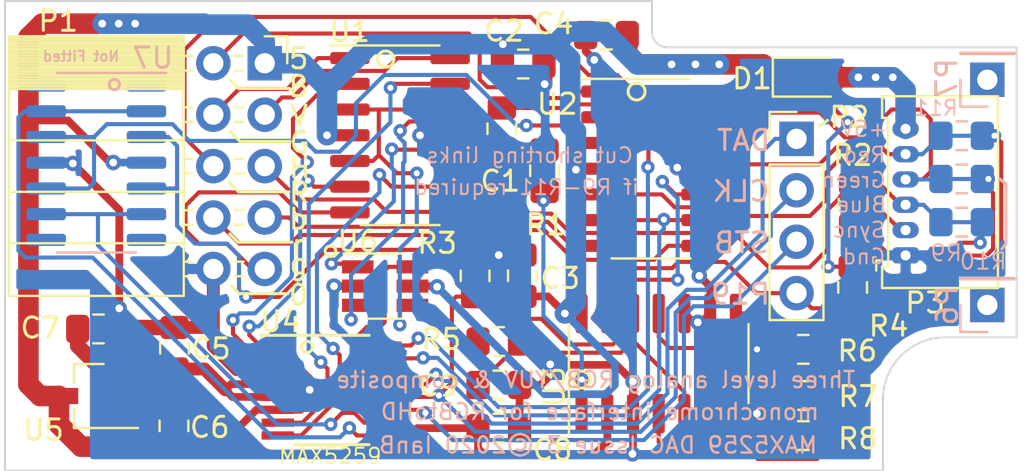
<source format=kicad_pcb>
(kicad_pcb (version 20171130) (host pcbnew "(5.1.4)-1")
  (layers (0 F.Cu signal) (31 B.Cu signal) (34 B.Paste user hide) (35 F.Paste user hide) (36 B.SilkS user) (37 F.SilkS user) (38 B.Mask user hide) (39 F.Mask user hide) (44 Edge.Cuts user))
  (net 0 "")
  (net 1 /GND)
  (net 2 /SYNC)
  (net 3 /BLUE)
  (net 4 /GREEN)
  (net 5 /RED)
  (net 6 /BRED)
  (net 7 /BGREEN)
  (net 8 /BBLUE)
  (net 9 /VSYNC)
  (net 10 /VANALOG)
  (net 11 /ASYNC)
  (net 12 /ARED)
  (net 13 /AGREEN)
  (net 14 /ABLUE)
  (net 15 "Net-(P6-Pad1)")
  (net 16 /REFSYNC)
  (net 17 /GPIO22_STB)
  (net 18 /GPIO0_DAT)
  (net 19 "Net-(P7-Pad1)")
  (net 20 /VCC)
  (net 21 /GPIO1_CLK)
  (net 22 /CLAMPLVL)
  (net 23 /CGREEN)
  (net 24 /CLAMP)
  (net 25 /REFGYSYNC)
  (net 26 /REFRBUVLO)
  (net 27 /REFRBUVHI)
  (net 28 /REFGYHI)
  (net 29 /REFGYLO)
  (net 30 "Net-(U4-Pad14)")
  (net 31 /VCC_IN)
  (net 32 /SPARE)
  (net 33 /TERM)
  (net 34 /VCLAMP)
  (net 35 /SGREEN)
  (net 36 "Net-(U7-Pad1)")
  (net 37 "Net-(U7-Pad7)")
  (net 38 "Net-(U7-Pad8)")
  (net 39 "Net-(U7-Pad14)")
  (module Package_SO:SOIC-14_3.9x8.7mm_P1.27mm (layer F.Cu) (at 47.034 37.93236)
    (fp_text reference U1 (at -2.4892 -5.1308) (layer F.SilkS))
    (fp_text value MAX9108)
    (pad 1 smd roundrect (at -2.475 -3.81) (size 1.95 0.6) (layers F.Cu F.Paste F.Mask) (net 4 /GREEN))
    (pad 2 smd roundrect (at -2.475 -2.54) (size 1.95 0.6) (layers F.Cu F.Paste F.Mask) (net 28 /REFGYHI))
    (pad 3 smd roundrect (at -2.475 -1.27) (size 1.95 0.6) (layers F.Cu F.Paste F.Mask) (net 35 /SGREEN))
    (pad 4 smd roundrect (at -2.475 0) (size 1.95 0.6) (layers F.Cu F.Paste F.Mask) (net 20 /VCC))
    (pad 5 smd roundrect (at -2.475 1.27) (size 1.95 0.6) (layers F.Cu F.Paste F.Mask) (net 35 /SGREEN))
    (pad 6 smd roundrect (at -2.475 2.54) (size 1.95 0.6) (layers F.Cu F.Paste F.Mask) (net 29 /REFGYLO))
    (pad 7 smd roundrect (at -2.475 3.81) (size 1.95 0.6) (layers F.Cu F.Paste F.Mask) (net 7 /BGREEN))
    (pad 8 smd roundrect (at 2.475 3.81) (size 1.95 0.6) (layers F.Cu F.Paste F.Mask) (net 2 /SYNC))
    (pad 9 smd roundrect (at 2.475 2.54) (size 1.95 0.6) (layers F.Cu F.Paste F.Mask) (net 16 /REFSYNC))
    (pad 10 smd roundrect (at 2.475 1.27) (size 1.95 0.6) (layers F.Cu F.Paste F.Mask) (net 11 /ASYNC))
    (pad 11 smd roundrect (at 2.475 0) (size 1.95 0.6) (layers F.Cu F.Paste F.Mask) (net 1 /GND))
    (pad 12 smd roundrect (at 2.475 -1.27) (size 1.95 0.6) (layers F.Cu F.Paste F.Mask) (net 35 /SGREEN))
    (pad 13 smd roundrect (at 2.475 -2.54) (size 1.95 0.6) (layers F.Cu F.Paste F.Mask) (net 25 /REFGYSYNC))
    (pad 14 smd roundrect (at 2.475 -3.81) (size 1.95 0.6) (layers F.Cu F.Paste F.Mask) (net 9 /VSYNC))
  )
  (module Capacitor_SMD:C_0805_2012Metric_Pad1.15x1.40mm_HandSolder (layer F.Cu) (at 53.0792 44.86656 90)
    (fp_text reference C3 (at -0.12954 1.86436) (layer F.SilkS))
    (fp_text value 100n)
    (pad 2 smd roundrect (at 1.025 0 90) (size 1.15 1.4) (layers F.Cu F.Paste F.Mask) (roundrect_rratio 0.217391) (net 1 /GND))
    (pad 1 smd roundrect (at -1.025 0 90) (size 1.15 1.4) (layers F.Cu F.Paste F.Mask) (roundrect_rratio 0.217391) (net 20 /VCC))
  )
  (module Connector_PinHeader_2.54mm:PinHeader_1x04_P2.54mm_Vertical (layer F.Cu) (at 66.6174 38.11016)
    (fp_text reference P2 (at 2.6035 -1.0668) (layer F.SilkS))
    (fp_text value Conn_01x04)
    (pad 4 thru_hole oval (at 0 7.62) (size 1.7 1.7) (drill 1) (layers *.Cu *.Mask) (net 24 /CLAMP))
    (pad 3 thru_hole oval (at 0 5.08) (size 1.7 1.7) (drill 1) (layers *.Cu *.Mask) (net 17 /GPIO22_STB))
    (pad 2 thru_hole oval (at 0 2.54) (size 1.7 1.7) (drill 1) (layers *.Cu *.Mask) (net 21 /GPIO1_CLK))
    (pad 1 thru_hole rect (at 0 0) (size 1.7 1.7) (drill 1) (layers *.Cu *.Mask) (net 18 /GPIO0_DAT))
  )
  (module Package_SO:SOIC-14_3.9x8.7mm_P1.27mm (layer F.Cu) (at 59.8102 49.20996 90)
    (fp_text reference U3 (at -1.143 -5.1562 90) (layer F.SilkS))
    (fp_text value MAX4610)
    (pad 1 smd roundrect (at -2.475 -3.81 90) (size 1.95 0.6) (layers F.Cu F.Paste F.Mask) (net 34 /VCLAMP))
    (pad 2 smd roundrect (at -2.475 -2.54 90) (size 1.95 0.6) (layers F.Cu F.Paste F.Mask) (net 22 /CLAMPLVL))
    (pad 3 smd roundrect (at -2.475 -1.27 90) (size 1.95 0.6) (layers F.Cu F.Paste F.Mask) (net 1 /GND))
    (pad 4 smd roundrect (at -2.475 0 90) (size 1.95 0.6) (layers F.Cu F.Paste F.Mask) (net 12 /ARED))
    (pad 5 smd roundrect (at -2.475 1.27 90) (size 1.95 0.6) (layers F.Cu F.Paste F.Mask) (net 33 /TERM))
    (pad 6 smd roundrect (at -2.475 2.54 90) (size 1.95 0.6) (layers F.Cu F.Paste F.Mask) (net 33 /TERM))
    (pad 7 smd roundrect (at -2.475 3.81 90) (size 1.95 0.6) (layers F.Cu F.Paste F.Mask) (net 1 /GND))
    (pad 8 smd roundrect (at 2.475 3.81 90) (size 1.95 0.6) (layers F.Cu F.Paste F.Mask) (net 14 /ABLUE))
    (pad 9 smd roundrect (at 2.475 2.54 90) (size 1.95 0.6) (layers F.Cu F.Paste F.Mask) (net 1 /GND))
    (pad 10 smd roundrect (at 2.475 1.27 90) (size 1.95 0.6) (layers F.Cu F.Paste F.Mask) (net 1 /GND))
    (pad 11 smd roundrect (at 2.475 0 90) (size 1.95 0.6) (layers F.Cu F.Paste F.Mask) (net 13 /AGREEN))
    (pad 12 smd roundrect (at 2.475 -1.27 90) (size 1.95 0.6) (layers F.Cu F.Paste F.Mask) (net 33 /TERM))
    (pad 13 smd roundrect (at 2.475 -2.54 90) (size 1.95 0.6) (layers F.Cu F.Paste F.Mask) (net 24 /CLAMP))
    (pad 14 smd roundrect (at 2.475 -3.81 90) (size 1.95 0.6) (layers F.Cu F.Paste F.Mask) (net 20 /VCC))
  )
  (module Package_SO:QSOP-16_3.9x4.9mm_P0.635mm (layer F.Cu) (at 43.65072 50.53838)
    (fp_text reference U4 (at -2.5146 -3.4036) (layer F.SilkS))
    (fp_text value MAX5259EEE+)
    (pad 1 smd rect (at -2.6543 -2.2225) (size 1.6 0.41) (layers F.Cu F.Paste F.Mask) (net 29 /REFGYLO))
    (pad 2 smd rect (at -2.6543 -1.5875) (size 1.6 0.41) (layers F.Cu F.Paste F.Mask) (net 28 /REFGYHI))
    (pad 3 smd rect (at -2.6543 -0.9525) (size 1.6 0.41) (layers F.Cu F.Paste F.Mask) (net 1 /GND))
    (pad 4 smd rect (at -2.6543 -0.3175) (size 1.6 0.41) (layers F.Cu F.Paste F.Mask) (net 10 /VANALOG))
    (pad 5 smd rect (at -2.6543 0.3175) (size 1.6 0.41) (layers F.Cu F.Paste F.Mask) (net 10 /VANALOG))
    (pad 6 smd rect (at -2.6543 0.9525) (size 1.6 0.41) (layers F.Cu F.Paste F.Mask) (net 1 /GND))
    (pad 7 smd rect (at -2.6543 1.5875) (size 1.6 0.41) (layers F.Cu F.Paste F.Mask) (net 25 /REFGYSYNC))
    (pad 8 smd rect (at -2.6543 2.2225) (size 1.6 0.41) (layers F.Cu F.Paste F.Mask) (net 16 /REFSYNC))
    (pad 9 smd rect (at 2.6543 2.2225) (size 1.6 0.41) (layers F.Cu F.Paste F.Mask) (net 22 /CLAMPLVL))
    (pad 10 smd rect (at 2.6543 1.5875) (size 1.6 0.41) (layers F.Cu F.Paste F.Mask) (net 32 /SPARE))
    (pad 11 smd rect (at 2.6543 0.9525) (size 1.6 0.41) (layers F.Cu F.Paste F.Mask) (net 17 /GPIO22_STB))
    (pad 12 smd rect (at 2.6543 0.3175) (size 1.6 0.41) (layers F.Cu F.Paste F.Mask) (net 21 /GPIO1_CLK))
    (pad 13 smd rect (at 2.6543 -0.3175) (size 1.6 0.41) (layers F.Cu F.Paste F.Mask) (net 18 /GPIO0_DAT))
    (pad 14 smd rect (at 2.6543 -0.9525) (size 1.6 0.41) (layers F.Cu F.Paste F.Mask) (net 30 "Net-(U4-Pad14)"))
    (pad 15 smd rect (at 2.6543 -1.5875) (size 1.6 0.41) (layers F.Cu F.Paste F.Mask) (net 26 /REFRBUVLO))
    (pad 16 smd rect (at 2.6543 -2.2225) (size 1.6 0.41) (layers F.Cu F.Paste F.Mask) (net 27 /REFRBUVHI))
  )
  (module Resistor_SMD:R_0805_2012Metric_Pad1.15x1.40mm_HandSolder (layer F.Cu) (at 69.386 45.45076 270)
    (fp_text reference R4 (at 1.905 -1.778) (layer F.SilkS))
    (fp_text value 1K)
    (pad 2 smd roundrect (at 1.025 0 270) (size 1.15 1.4) (layers F.Cu F.Paste F.Mask) (roundrect_rratio 0.217391) (net 24 /CLAMP))
    (pad 1 smd roundrect (at -1.025 0 270) (size 1.15 1.4) (layers F.Cu F.Paste F.Mask) (roundrect_rratio 0.217391) (net 20 /VCC))
  )
  (module Resistor_SMD:R_0805_2012Metric_Pad1.15x1.40mm_HandSolder (layer F.Cu) (at 66.95268 48.50638 180)
    (fp_text reference R6 (at -2.667 -0.0762) (layer F.SilkS))
    (fp_text value 10K)
    (pad 1 smd roundrect (at -1.025 0 180) (size 1.15 1.4) (layers F.Cu F.Paste F.Mask) (roundrect_rratio 0.217391) (net 14 /ABLUE))
    (pad 2 smd roundrect (at 1.025 0 180) (size 1.15 1.4) (layers F.Cu F.Paste F.Mask) (roundrect_rratio 0.217391) (net 1 /GND))
  )
  (module Resistor_SMD:R_0805_2012Metric_Pad1.15x1.40mm_HandSolder (layer F.Cu) (at 66.97046 50.78476 180)
    (fp_text reference R7 (at -2.6924 -0.0508) (layer F.SilkS))
    (fp_text value 10K)
    (pad 2 smd roundrect (at 1.025 0 180) (size 1.15 1.4) (layers F.Cu F.Paste F.Mask) (roundrect_rratio 0.217391) (net 1 /GND))
    (pad 1 smd roundrect (at -1.025 0 180) (size 1.15 1.4) (layers F.Cu F.Paste F.Mask) (roundrect_rratio 0.217391) (net 13 /AGREEN))
  )
  (module Resistor_SMD:R_0805_2012Metric_Pad1.15x1.40mm_HandSolder (layer F.Cu) (at 66.95522 52.76596 180)
    (fp_text reference R8 (at -2.6924 -0.1524) (layer F.SilkS))
    (fp_text value 10K)
    (pad 1 smd roundrect (at -1.025 0 180) (size 1.15 1.4) (layers F.Cu F.Paste F.Mask) (roundrect_rratio 0.217391) (net 12 /ARED))
    (pad 2 smd roundrect (at 1.025 0 180) (size 1.15 1.4) (layers F.Cu F.Paste F.Mask) (roundrect_rratio 0.217391) (net 1 /GND))
  )
  (module Connector_PinHeader_2.54mm:PinHeader_1x01_P2.54mm_Vertical (layer B.Cu) (at 76.0408 35.18916)
    (fp_text reference P7 (at -2.0066 -0.0762 90) (layer B.SilkS) (effects (justify mirror)))
    (fp_text value Conn_01x01)
    (pad 1 thru_hole rect (at 0 0) (size 1.7 1.7) (drill 1) (layers *.Cu *.Mask) (net 19 "Net-(P7-Pad1)"))
  )
  (module Connector_PinSocket_2.54mm:PinSocket_2x05_P2.54mm_Horizontal (layer F.Cu) (at 40.3538 34.37636)
    (fp_text reference P1 (at -10.1981 -2.0828) (layer F.SilkS))
    (fp_text value Conn_02x05_Odd_Even)
    (pad 1 thru_hole rect (at 0 0) (size 1.7 1.7) (drill 1) (layers *.Cu *.Mask) (net 20 /VCC))
    (pad 2 thru_hole oval (at -2.54 0) (size 1.7 1.7) (drill 1) (layers *.Cu *.Mask) (net 3 /BLUE))
    (pad 3 thru_hole oval (at 0 2.54) (size 1.7 1.7) (drill 1) (layers *.Cu *.Mask) (net 9 /VSYNC))
    (pad 4 thru_hole oval (at -2.54 2.54) (size 1.7 1.7) (drill 1) (layers *.Cu *.Mask) (net 4 /GREEN))
    (pad 5 thru_hole oval (at 0 5.08) (size 1.7 1.7) (drill 1) (layers *.Cu *.Mask) (net 2 /SYNC))
    (pad 6 thru_hole oval (at -2.54 5.08) (size 1.7 1.7) (drill 1) (layers *.Cu *.Mask) (net 5 /RED))
    (pad 7 thru_hole oval (at 0 7.62) (size 1.7 1.7) (drill 1) (layers *.Cu *.Mask) (net 8 /BBLUE))
    (pad 8 thru_hole oval (at -2.54 7.62) (size 1.7 1.7) (drill 1) (layers *.Cu *.Mask) (net 6 /BRED))
    (pad 9 thru_hole oval (at 0 10.16) (size 1.7 1.7) (drill 1) (layers *.Cu *.Mask) (net 7 /BGREEN))
    (pad 10 thru_hole oval (at -2.54 10.16) (size 1.7 1.7) (drill 1) (layers *.Cu *.Mask) (net 1 /GND))
  )
  (module Capacitor_SMD:C_0805_2012Metric_Pad1.15x1.40mm_HandSolder (layer F.Cu) (at 57.22956 32.98444 180)
    (fp_text reference C4 (at 2.60858 0.5588) (layer F.SilkS))
    (fp_text value 100n)
    (pad 2 smd roundrect (at 1.025 0 180) (size 1.15 1.4) (layers F.Cu F.Paste F.Mask) (roundrect_rratio 0.217391) (net 1 /GND))
    (pad 1 smd roundrect (at -1.025 0 180) (size 1.15 1.4) (layers F.Cu F.Paste F.Mask) (roundrect_rratio 0.217391) (net 20 /VCC))
  )
  (module Capacitor_SMD:C_0805_2012Metric_Pad1.15x1.40mm_HandSolder (layer F.Cu) (at 32.14198 47.498)
    (fp_text reference C7 (at -2.87274 -0.0508) (layer F.SilkS))
    (fp_text value 10uF)
    (pad 1 smd roundrect (at -1.025 0) (size 1.15 1.4) (layers F.Cu F.Paste F.Mask) (roundrect_rratio 0.217391) (net 10 /VANALOG))
    (pad 2 smd roundrect (at 1.025 0) (size 1.15 1.4) (layers F.Cu F.Paste F.Mask) (roundrect_rratio 0.217391) (net 1 /GND))
  )
  (module Connector_PinHeader_2.54mm:PinHeader_1x01_P2.54mm_Vertical (layer B.Cu) (at 76.0408 46.31436)
    (fp_text reference P6 (at -1.9812 0.0254 90) (layer B.SilkS) (effects (justify mirror)))
    (fp_text value Conn_01x01)
    (pad 1 thru_hole rect (at 0 0) (size 1.7 1.7) (drill 1) (layers *.Cu *.Mask) (net 15 "Net-(P6-Pad1)"))
  )
  (module Capacitor_SMD:C_0805_2012Metric_Pad1.15x1.40mm_HandSolder (layer F.Cu) (at 35.8707 52.28336 90)
    (fp_text reference C6 (at -0.07366 1.7653) (layer F.SilkS))
    (fp_text value 10uF)
    (pad 2 smd roundrect (at 1.025 0 90) (size 1.15 1.4) (layers F.Cu F.Paste F.Mask) (roundrect_rratio 0.217391) (net 1 /GND))
    (pad 1 smd roundrect (at -1.025 0 90) (size 1.15 1.4) (layers F.Cu F.Paste F.Mask) (roundrect_rratio 0.217391) (net 20 /VCC))
  )
  (module Package_TO_SOT_SMD:SOT-23_Handsoldering (layer F.Cu) (at 31.6924 50.81016 180)
    (fp_text reference U5 (at 2.26568 -1.6764) (layer F.SilkS))
    (fp_text value MCP1754S-3302xCB)
    (pad 1 smd rect (at -1.5 -0.95 180) (size 1.9 0.8) (layers F.Cu F.Paste F.Mask) (net 1 /GND))
    (pad 2 smd rect (at -1.5 0.95 180) (size 1.9 0.8) (layers F.Cu F.Paste F.Mask) (net 10 /VANALOG))
    (pad 3 smd rect (at 1.5 0 180) (size 1.9 0.8) (layers F.Cu F.Paste F.Mask) (net 20 /VCC))
  )
  (module Capacitor_SMD:C_0805_2012Metric_Pad1.15x1.40mm_HandSolder (layer F.Cu) (at 51.9108 52.39766)
    (fp_text reference C8 (at 2.65938 1.07696) (layer F.SilkS))
    (fp_text value 10uF)
    (pad 2 smd roundrect (at 1.025 0) (size 1.15 1.4) (layers F.Cu F.Paste F.Mask) (roundrect_rratio 0.217391) (net 1 /GND))
    (pad 1 smd roundrect (at -1.025 0) (size 1.15 1.4) (layers F.Cu F.Paste F.Mask) (roundrect_rratio 0.217391) (net 22 /CLAMPLVL))
  )
  (module Capacitor_SMD:C_0805_2012Metric_Pad1.15x1.40mm_HandSolder (layer F.Cu) (at 52.0632 37.61116 270)
    (fp_text reference C1 (at 2.5818 0.0762) (layer F.SilkS))
    (fp_text value 100n)
    (pad 1 smd roundrect (at -1.025 0 270) (size 1.15 1.4) (layers F.Cu F.Paste F.Mask) (roundrect_rratio 0.217391) (net 13 /AGREEN))
    (pad 2 smd roundrect (at 1.025 0 270) (size 1.15 1.4) (layers F.Cu F.Paste F.Mask) (roundrect_rratio 0.217391) (net 23 /CGREEN))
  )
  (module Capacitor_SMD:C_0805_2012Metric_Pad1.15x1.40mm_HandSolder (layer F.Cu) (at 35.89864 48.4505 90)
    (fp_text reference C5 (at -0.03048 1.79578) (layer F.SilkS))
    (fp_text value 100n)
    (pad 1 smd roundrect (at -1.025 0 90) (size 1.15 1.4) (layers F.Cu F.Paste F.Mask) (roundrect_rratio 0.217391) (net 10 /VANALOG))
    (pad 2 smd roundrect (at 1.025 0 90) (size 1.15 1.4) (layers F.Cu F.Paste F.Mask) (roundrect_rratio 0.217391) (net 1 /GND))
  )
  (module Resistor_SMD:R_0805_2012Metric_Pad1.15x1.40mm_HandSolder (layer F.Cu) (at 69.4114 41.33596 270)
    (fp_text reference R2 (at -2.413 0.0254) (layer F.SilkS))
    (fp_text value 1K)
    (pad 1 smd roundrect (at -1.025 0 270) (size 1.15 1.4) (layers F.Cu F.Paste F.Mask) (roundrect_rratio 0.217391) (net 11 /ASYNC))
    (pad 2 smd roundrect (at 1.025 0 270) (size 1.15 1.4) (layers F.Cu F.Paste F.Mask) (roundrect_rratio 0.217391) (net 1 /GND))
  )
  (module Capacitor_SMD:C_0805_2012Metric_Pad1.15x1.40mm_HandSolder (layer F.Cu) (at 53.1173 34.41446)
    (fp_text reference C2 (at -0.94996 -1.63068) (layer F.SilkS))
    (fp_text value 100n)
    (pad 1 smd roundrect (at -1.025 0) (size 1.15 1.4) (layers F.Cu F.Paste F.Mask) (roundrect_rratio 0.217391) (net 20 /VCC))
    (pad 2 smd roundrect (at 1.025 0) (size 1.15 1.4) (layers F.Cu F.Paste F.Mask) (roundrect_rratio 0.217391) (net 1 /GND))
  )
  (module Resistor_SMD:R_0805_2012Metric_Pad1.15x1.40mm_HandSolder (layer F.Cu) (at 54.1714 39.68496 270)
    (fp_text reference R1 (at 2.667 -0.0508) (layer F.SilkS))
    (fp_text value 75R)
    (pad 1 smd roundrect (at -1.025 0 270) (size 1.15 1.4) (layers F.Cu F.Paste F.Mask) (roundrect_rratio 0.217391) (net 23 /CGREEN))
    (pad 2 smd roundrect (at 1.025 0 270) (size 1.15 1.4) (layers F.Cu F.Paste F.Mask) (roundrect_rratio 0.217391) (net 34 /VCLAMP))
  )
  (module Package_SO:SOIC-14_3.9x8.7mm_P1.27mm (layer F.Cu) (at 59.4292 39.58336)
    (fp_text reference U2 (at -4.62788 -3.19024) (layer F.SilkS))
    (fp_text value MAX9108)
    (pad 1 smd roundrect (at -2.475 -3.81) (size 1.95 0.6) (layers F.Cu F.Paste F.Mask) (net 3 /BLUE))
    (pad 2 smd roundrect (at -2.475 -2.54) (size 1.95 0.6) (layers F.Cu F.Paste F.Mask) (net 27 /REFRBUVHI))
    (pad 3 smd roundrect (at -2.475 -1.27) (size 1.95 0.6) (layers F.Cu F.Paste F.Mask) (net 14 /ABLUE))
    (pad 4 smd roundrect (at -2.475 0) (size 1.95 0.6) (layers F.Cu F.Paste F.Mask) (net 20 /VCC))
    (pad 5 smd roundrect (at -2.475 1.27) (size 1.95 0.6) (layers F.Cu F.Paste F.Mask) (net 14 /ABLUE))
    (pad 6 smd roundrect (at -2.475 2.54) (size 1.95 0.6) (layers F.Cu F.Paste F.Mask) (net 26 /REFRBUVLO))
    (pad 7 smd roundrect (at -2.475 3.81) (size 1.95 0.6) (layers F.Cu F.Paste F.Mask) (net 8 /BBLUE))
    (pad 8 smd roundrect (at 2.475 3.81) (size 1.95 0.6) (layers F.Cu F.Paste F.Mask) (net 6 /BRED))
    (pad 9 smd roundrect (at 2.475 2.54) (size 1.95 0.6) (layers F.Cu F.Paste F.Mask) (net 26 /REFRBUVLO))
    (pad 10 smd roundrect (at 2.475 1.27) (size 1.95 0.6) (layers F.Cu F.Paste F.Mask) (net 12 /ARED))
    (pad 11 smd roundrect (at 2.475 0) (size 1.95 0.6) (layers F.Cu F.Paste F.Mask) (net 1 /GND))
    (pad 12 smd roundrect (at 2.475 -1.27) (size 1.95 0.6) (layers F.Cu F.Paste F.Mask) (net 12 /ARED))
    (pad 13 smd roundrect (at 2.475 -2.54) (size 1.95 0.6) (layers F.Cu F.Paste F.Mask) (net 27 /REFRBUVHI))
    (pad 14 smd roundrect (at 2.475 -3.81) (size 1.95 0.6) (layers F.Cu F.Paste F.Mask) (net 5 /RED))
  )
  (module Connector_Molex:Molex_PicoBlade_53048-0610_1x06_P1.25mm_Horizontal (layer F.Cu) (at 72.0022 43.86676 90)
    (fp_text reference P3 (at -2.346 0.9652) (layer F.SilkS))
    (fp_text value Conn_01x06)
    (pad 1 thru_hole roundrect (at 0 0 90) (size 0.8 1.3) (drill 0.5) (layers *.Cu *.Mask) (net 1 /GND))
    (pad 2 thru_hole oval (at 1.25 0 90) (size 0.8 1.3) (drill 0.5) (layers *.Cu *.Mask) (net 11 /ASYNC))
    (pad 3 thru_hole oval (at 2.5 0 90) (size 0.8 1.3) (drill 0.5) (layers *.Cu *.Mask) (net 14 /ABLUE))
    (pad 4 thru_hole oval (at 3.75 0 90) (size 0.8 1.3) (drill 0.5) (layers *.Cu *.Mask) (net 13 /AGREEN))
    (pad 5 thru_hole oval (at 5 0 90) (size 0.8 1.3) (drill 0.5) (layers *.Cu *.Mask) (net 12 /ARED))
    (pad 6 thru_hole oval (at 6.25 0 90) (size 0.8 1.3) (drill 0.5) (layers *.Cu *.Mask) (net 31 /VCC_IN))
  )
  (module Capacitor_SMD:C_0805_2012Metric_Pad1.15x1.40mm_HandSolder (layer F.Cu) (at 51.9108 50.2666)
    (fp_text reference C9 (at -2.9972 0.04826 180) (layer F.SilkS))
    (fp_text value 10uF)
    (pad 2 smd roundrect (at 1.025 0) (size 1.15 1.4) (layers F.Cu F.Paste F.Mask) (roundrect_rratio 0.217391) (net 1 /GND))
    (pad 1 smd roundrect (at -1.025 0) (size 1.15 1.4) (layers F.Cu F.Paste F.Mask) (roundrect_rratio 0.217391) (net 33 /TERM))
  )
  (module Diode_SMD:D_0805_2012Metric_Pad1.15x1.40mm_HandSolder (layer F.Cu) (at 67.30574 35.0647)
    (fp_text reference D1 (at -2.89052 0.07366) (layer F.SilkS))
    (fp_text value D_Schottky)
    (pad 1 smd roundrect (at -1.025 0) (size 1.15 1.4) (layers F.Cu F.Paste F.Mask) (roundrect_rratio 0.217391) (net 20 /VCC))
    (pad 2 smd roundrect (at 1.025 0) (size 1.15 1.4) (layers F.Cu F.Paste F.Mask) (roundrect_rratio 0.217391) (net 31 /VCC_IN))
  )
  (module Resistor_SMD:R_0805_2012Metric_Pad1.15x1.40mm_HandSolder (layer F.Cu) (at 51.9108 48.11776 180)
    (fp_text reference R5 (at 2.83972 0.10922) (layer F.SilkS))
    (fp_text value 10K)
    (pad 1 smd roundrect (at -1.025 0 180) (size 1.15 1.4) (layers F.Cu F.Paste F.Mask) (roundrect_rratio 0.217391) (net 33 /TERM))
    (pad 2 smd roundrect (at 1.025 0 180) (size 1.15 1.4) (layers F.Cu F.Paste F.Mask) (roundrect_rratio 0.217391) (net 21 /GPIO1_CLK))
  )
  (module Resistor_SMD:R_0805_2012Metric_Pad1.15x1.40mm_HandSolder (layer F.Cu) (at 50.7424 44.87672 90)
    (fp_text reference R3 (at 1.6129 -1.87452) (layer F.SilkS))
    (fp_text value 1K)
    (pad 2 smd roundrect (at 1.025 0 90) (size 1.15 1.4) (layers F.Cu F.Paste F.Mask) (roundrect_rratio 0.217391) (net 1 /GND))
    (pad 1 smd roundrect (at -1.025 0 90) (size 1.15 1.4) (layers F.Cu F.Paste F.Mask) (roundrect_rratio 0.217391) (net 21 /GPIO1_CLK))
  )
  (module Package_TO_SOT_SMD:SOT-23-6_Handsoldering (layer F.Cu) (at 46.2974 45.38218)
    (fp_text reference U6 (at -1.3462 -2.21488) (layer F.SilkS))
    (fp_text value TS5A3159ADBVR)
    (pad 1 smd rect (at -1.35 -0.95) (size 1.56 0.65) (layers F.Cu F.Paste F.Mask) (net 23 /CGREEN))
    (pad 2 smd rect (at -1.35 0) (size 1.56 0.65) (layers F.Cu F.Paste F.Mask) (net 1 /GND))
    (pad 3 smd rect (at -1.35 0.95) (size 1.56 0.65) (layers F.Cu F.Paste F.Mask) (net 13 /AGREEN))
    (pad 4 smd rect (at 1.35 0.95) (size 1.56 0.65) (layers F.Cu F.Paste F.Mask) (net 35 /SGREEN))
    (pad 6 smd rect (at 1.35 -0.95) (size 1.56 0.65) (layers F.Cu F.Paste F.Mask) (net 18 /GPIO0_DAT))
    (pad 5 smd rect (at 1.35 0) (size 1.56 0.65) (layers F.Cu F.Paste F.Mask) (net 20 /VCC))
  )
  (module Package_SO:SOIC-14_3.9x8.7mm_P1.27mm (layer B.Cu) (at 32.0353 39.28872 180)
    (fp_text reference U7 (at -2.794 5.17144) (layer B.SilkS) (effects (justify mirror)))
    (fp_text value MAX9108-Comparator)
    (pad 1 smd roundrect (at -2.475 3.81 180) (size 1.95 0.6) (layers B.Cu B.Paste B.Mask) (net 36 "Net-(U7-Pad1)"))
    (pad 2 smd roundrect (at -2.475 2.54 180) (size 1.95 0.6) (layers B.Cu B.Paste B.Mask) (net 22 /CLAMPLVL))
    (pad 3 smd roundrect (at -2.475 1.27 180) (size 1.95 0.6) (layers B.Cu B.Paste B.Mask) (net 12 /ARED))
    (pad 4 smd roundrect (at -2.475 0 180) (size 1.95 0.6) (layers B.Cu B.Paste B.Mask) (net 20 /VCC))
    (pad 5 smd roundrect (at -2.475 -1.27 180) (size 1.95 0.6) (layers B.Cu B.Paste B.Mask) (net 12 /ARED))
    (pad 6 smd roundrect (at -2.475 -2.54 180) (size 1.95 0.6) (layers B.Cu B.Paste B.Mask) (net 32 /SPARE))
    (pad 7 smd roundrect (at -2.475 -3.81 180) (size 1.95 0.6) (layers B.Cu B.Paste B.Mask) (net 37 "Net-(U7-Pad7)"))
    (pad 8 smd roundrect (at 2.475 -3.81 180) (size 1.95 0.6) (layers B.Cu B.Paste B.Mask) (net 38 "Net-(U7-Pad8)"))
    (pad 9 smd roundrect (at 2.475 -2.54 180) (size 1.95 0.6) (layers B.Cu B.Paste B.Mask) (net 32 /SPARE))
    (pad 10 smd roundrect (at 2.475 -1.27 180) (size 1.95 0.6) (layers B.Cu B.Paste B.Mask) (net 14 /ABLUE))
    (pad 11 smd roundrect (at 2.475 0 180) (size 1.95 0.6) (layers B.Cu B.Paste B.Mask) (net 1 /GND))
    (pad 12 smd roundrect (at 2.475 1.27 180) (size 1.95 0.6) (layers B.Cu B.Paste B.Mask) (net 14 /ABLUE))
    (pad 13 smd roundrect (at 2.475 2.54 180) (size 1.95 0.6) (layers B.Cu B.Paste B.Mask) (net 22 /CLAMPLVL))
    (pad 14 smd roundrect (at 2.475 3.81 180) (size 1.95 0.6) (layers B.Cu B.Paste B.Mask) (net 39 "Net-(U7-Pad14)"))
  )
  (module Resistor_SMD:R_0805_2012Metric_Pad1.15x1.40mm_HandSolder (layer B.Cu) (at 74.7708 42.22496)
    (fp_text reference R9 (at -0.762 1.524) (layer B.SilkS) (effects (font (size 0.8 0.8) (thickness 0.1)) (justify mirror)))
    (fp_text value 68R)
    (pad 1 smd roundrect (at -1.025 0) (size 1.15 1.4) (layers B.Cu B.Paste B.Mask) (roundrect_rratio 0.217391) (net 14 /ABLUE))
    (pad 2 smd roundrect (at 1.025 0) (size 1.15 1.4) (layers B.Cu B.Paste B.Mask) (roundrect_rratio 0.217391) (net 14 /ABLUE))
  )
  (module Resistor_SMD:R_0805_2012Metric_Pad1.15x1.40mm_HandSolder (layer B.Cu) (at 74.7708 40.09136)
    (fp_text reference R10 (at 1.0668 4.064) (layer B.SilkS) (effects (font (size 0.8 0.8) (thickness 0.1)) (justify mirror)))
    (fp_text value 68R)
    (pad 2 smd roundrect (at 1.025 0) (size 1.15 1.4) (layers B.Cu B.Paste B.Mask) (roundrect_rratio 0.217391) (net 13 /AGREEN))
    (pad 1 smd roundrect (at -1.025 0) (size 1.15 1.4) (layers B.Cu B.Paste B.Mask) (roundrect_rratio 0.217391) (net 13 /AGREEN))
  )
  (module Resistor_SMD:R_0805_2012Metric_Pad1.15x1.40mm_HandSolder (layer B.Cu) (at 74.7708 37.95776)
    (fp_text reference R11 (at -1.27 -1.3716) (layer B.SilkS) (effects (font (size 0.75 0.75) (thickness 0.1)) (justify mirror)))
    (fp_text value 68R)
    (pad 1 smd roundrect (at -1.025 0) (size 1.15 1.4) (layers B.Cu B.Paste B.Mask) (roundrect_rratio 0.217391) (net 12 /ARED))
    (pad 2 smd roundrect (at 1.025 0) (size 1.15 1.4) (layers B.Cu B.Paste B.Mask) (roundrect_rratio 0.217391) (net 12 /ARED))
  )
  (gr_text "if R9-R11 required" (at 53.2824 40.49776) (layer B.SilkS) (effects (font (size 0.75 0.75) (thickness 0.1)) (justify mirror)))
  (gr_text "Cut shorting links" (at 53.4348 38.92296) (layer B.SilkS) (effects (font (size 0.75 0.75) (thickness 0.1)) (justify mirror)))
  (gr_line (start 76.9552 40.34536) (end 76.6504 40.09136) (layer B.SilkS) (width 0.15))
  (gr_line (start 76.9552 43.29176) (end 76.9552 40.34536) (layer B.SilkS) (width 0.15))
  (gr_line (start 76.752 43.54576) (end 76.9552 43.29176) (layer B.SilkS) (width 0.15))
  (gr_text "Not Fitted\n" (at 31.27838 34.036) (layer B.SilkS) (effects (font (size 0.5 0.5) (thickness 0.1)) (justify mirror)))
  (gr_circle (center 32.92684 35.43046) (end 32.68046 35.49904) (layer B.SilkS) (width 0.15))
  (gr_circle (center 43.59992 43.659007) (end 43.73454 43.885067) (layer F.SilkS) (width 0.15))
  (gr_text MAX5259 (at 43.58722 53.7718) (layer F.SilkS) (effects (font (size 0.75 0.75) (thickness 0.1))))
  (gr_text +5V (at 69.9448 37.62756) (layer B.SilkS) (effects (font (size 0.75 0.75) (thickness 0.1)) (justify mirror)))
  (gr_line (start 39.0838 45.75556) (end 41.4968 45.75556) (layer F.SilkS) (width 0.15))
  (gr_line (start 38.7028 45.34916) (end 39.0838 45.75556) (layer F.SilkS) (width 0.15))
  (gr_text "monochrome interface for RGBtoHD" (at 56.9019 51.58486) (layer B.SilkS) (effects (font (size 0.8 0.8) (thickness 0.12)) (justify mirror)))
  (gr_circle (center 56.0129 49.9999) (end 56.4193 49.8983) (layer F.SilkS) (width 0.15))
  (gr_line (start 70.8846 54.49316) (end 27.5268 54.49316) (layer Edge.Cuts) (width 0.1))
  (gr_line (start 60.242 33.58896) (end 77.4886 33.58896) (layer Edge.Cuts) (width 0.1))
  (gr_line (start 59.48 31.30296) (end 59.48 32.82696) (layer Edge.Cuts) (width 0.1))
  (gr_arc (start 60.242 32.82696) (end 59.48 32.82696) (angle -90) (layer Edge.Cuts) (width 0.1))
  (gr_line (start 39.541 43.21556) (end 41.7 43.21556) (layer F.SilkS) (width 0.15))
  (gr_line (start 39.6172 38.23716) (end 41.5984 38.23716) (layer F.SilkS) (width 0.15))
  (gr_line (start 39.5664 40.72636) (end 41.5476 40.72636) (layer F.SilkS) (width 0.15))
  (gr_line (start 39.0584 35.62096) (end 41.573 35.62096) (layer F.SilkS) (width 0.15))
  (gr_line (start 38.6266 35.18916) (end 39.0584 35.62096) (layer F.SilkS) (width 0.15))
  (gr_line (start 39.033 43.21556) (end 38.6266 42.80916) (layer F.SilkS) (width 0.15))
  (gr_line (start 39.541 43.21556) (end 39.033 43.21556) (layer F.SilkS) (width 0.15))
  (gr_line (start 39.0584 40.72636) (end 38.6012 40.26916) (layer F.SilkS) (width 0.15))
  (gr_line (start 39.5664 40.72636) (end 39.0584 40.72636) (layer F.SilkS) (width 0.15))
  (gr_line (start 39.1346 38.23716) (end 38.6266 37.72916) (layer F.SilkS) (width 0.15))
  (gr_line (start 39.6172 38.23716) (end 39.1346 38.23716) (layer F.SilkS) (width 0.15))
  (gr_line (start 27.5268 31.30296) (end 59.48 31.30296) (layer Edge.Cuts) (width 0.1))
  (gr_text "Three level analog RGB/YUV & composite" (at 56.6987 50.01006) (layer B.SilkS) (effects (font (size 0.8 0.8) (thickness 0.12)) (justify mirror)))
  (gr_line (start 67.7858 37.47516) (end 68.1414 37.19576) (layer F.SilkS) (width 0.15))
  (gr_circle (center 42.44168 48.38192) (end 42.69568 48.48352) (layer F.SilkS) (width 0.15))
  (gr_text P19 (at 63.8488 45.78096) (layer B.SilkS) (effects (font (size 1 1)) (justify mirror)))
  (gr_text "MAX5259 DAC Issue 3 ©2020 IanB" (at 56.813 53.23586) (layer B.SilkS) (effects (font (size 0.8 0.8) (thickness 0.12)) (justify mirror)))
  (gr_text r (at 42.0048 43.34256) (layer F.SilkS) (effects (font (size 1 1))))
  (gr_text R (at 42.0556 40.77716) (layer F.SilkS) (effects (font (size 1 1))))
  (gr_text G (at 42.081 38.28796) (layer F.SilkS) (effects (font (size 1 1))))
  (gr_text Gnd (at 69.9448 43.92676) (layer B.SilkS) (effects (font (size 0.75 0.75) (thickness 0.1)) (justify mirror)))
  (gr_text Sync (at 69.6908 42.60596) (layer B.SilkS) (effects (font (size 0.75 0.75) (thickness 0.1)) (justify mirror)))
  (gr_text Red (at 69.9702 38.89756) (layer B.SilkS) (effects (font (size 0.75 0.75) (thickness 0.1)) (justify mirror)))
  (gr_text Green (at 69.4368 40.14216) (layer B.SilkS) (effects (font (size 0.75 0.75) (thickness 0.1)) (justify mirror)))
  (gr_text Blue (at 69.8178 41.36136) (layer B.SilkS) (effects (font (size 0.75 0.75) (thickness 0.1)) (justify mirror)))
  (gr_text STB (at 63.8996 43.24096) (layer B.SilkS) (effects (font (size 1 1)) (justify mirror)))
  (gr_text CLK (at 63.8742 40.70096) (layer B.SilkS) (effects (font (size 1 1)) (justify mirror)))
  (gr_text DAT (at 64.0012 38.18636) (layer B.SilkS) (effects (font (size 1 1)) (justify mirror)))
  (gr_circle (center 58.718 35.77336) (end 58.8196 36.17976) (layer F.SilkS) (width 0.15))
  (gr_circle (center 46.327591 34.17316) (end 46.657791 34.40176) (layer F.SilkS) (width 0.15))
  (gr_line (start 27.5268 31.30296) (end 27.5268 54.49316) (layer Edge.Cuts) (width 0.1))
  (gr_line (start 70.884181 50.987961) (end 70.8846 54.49316) (layer Edge.Cuts) (width 0.1))
  (gr_line (start 77.4886 47.91456) (end 77.4886 33.58896) (layer Edge.Cuts) (width 0.1))
  (gr_arc (start 73.958 50.98796) (end 74.008799 47.914561) (angle -90.94695145) (layer Edge.Cuts) (width 0.1))
  (gr_line (start 74.0088 47.91456) (end 77.4886 47.91456) (layer Edge.Cuts) (width 0.1))
  (gr_text 0 (at 42.0175 45.83176) (layer F.SilkS) (effects (font (size 1 1))))
  (gr_text B (at 42.0302 35.51936) (layer F.SilkS) (effects (font (size 1 1))))
  (gr_text g (at 42.0302 44.28236) (layer F.SilkS) (effects (font (size 1 1))))
  (gr_text b (at 42.0048 42.07256) (layer F.SilkS) (effects (font (size 1 1))))
  (gr_text H (at 42.081 39.53256) (layer F.SilkS) (effects (font (size 1 1))))
  (gr_text V (at 42.0556 36.99256) (layer F.SilkS) (effects (font (size 1 1))))
  (gr_text 5 (at 42.0302 34.14776) (layer F.SilkS) (effects (font (size 1 1))))
  (segment (start 62.3502 47.38116) (end 62.3248 47.40656) (width 0.2032) (layer F.Cu) (net 1))
  (segment (start 62.3502 46.73496) (end 62.3502 47.38116) (width 0.2032) (layer F.Cu) (net 1))
  (via (at 60.7246 39.53256) (size 0.762) (drill 0.381) (layers F.Cu B.Cu) (net 1))
  (segment (start 60.7246 39.55796) (end 60.7246 39.53256) (width 0.2032) (layer B.Cu) (net 1))
  (segment (start 61.8534 39.53256) (end 61.9042 39.58336) (width 0.2032) (layer F.Cu) (net 1))
  (segment (start 60.7246 39.53256) (end 61.8534 39.53256) (width 0.2032) (layer F.Cu) (net 1))
  (segment (start 71.2056 43.86676) (end 72.0022 43.86676) (width 0.2032) (layer F.Cu) (net 1))
  (segment (start 70.5544 43.21556) (end 71.2056 43.86676) (width 0.2032) (layer F.Cu) (net 1))
  (segment (start 70.5544 42.50436) (end 70.5544 43.21556) (width 0.2032) (layer F.Cu) (net 1))
  (segment (start 69.4114 42.36096) (end 70.411 42.36096) (width 0.2032) (layer F.Cu) (net 1))
  (segment (start 70.411 42.36096) (end 70.5544 42.50436) (width 0.2032) (layer F.Cu) (net 1))
  (via (at 54.1804 35.408758) (size 0.762) (drill 0.381) (layers F.Cu B.Cu) (net 1))
  (segment (start 54.1804 34.45256) (end 54.1423 34.41446) (width 0.762) (layer F.Cu) (net 1))
  (segment (start 54.1804 35.408758) (end 54.1804 34.45256) (width 0.762) (layer F.Cu) (net 1))
  (segment (start 61.893 51.67376) (end 61.8818 51.68496) (width 0.381) (layer B.Cu) (net 1))
  (segment (start 35.8109 51.31816) (end 35.8707 51.25836) (width 0.635) (layer F.Cu) (net 1))
  (segment (start 34.7023 51.31816) (end 35.8109 51.31816) (width 0.635) (layer F.Cu) (net 1))
  (segment (start 33.1924 51.76016) (end 34.2603 51.76016) (width 0.635) (layer F.Cu) (net 1))
  (segment (start 34.2603 51.76016) (end 34.7023 51.31816) (width 0.635) (layer F.Cu) (net 1))
  (segment (start 35.8707 51.25836) (end 35.9506 51.25836) (width 0.635) (layer F.Cu) (net 1))
  (segment (start 37.89 44.61256) (end 37.8138 44.53636) (width 0.381) (layer B.Cu) (net 1))
  (segment (start 35.79566 47.52848) (end 35.89864 47.4255) (width 0.635) (layer F.Cu) (net 1))
  (segment (start 37.8138 46.51502) (end 37.8138 44.53636) (width 0.635) (layer F.Cu) (net 1))
  (via (at 64.66414 48.50384) (size 0.6604) (drill 0.3048) (layers F.Cu B.Cu) (net 1))
  (via (at 64.659058 51.6763) (size 0.762) (drill 0.381) (layers F.Cu B.Cu) (net 1))
  (segment (start 73.2214 45.90796) (end 67.45306 51.6763) (width 0.381) (layer B.Cu) (net 1))
  (segment (start 64.120243 51.6763) (end 64.659058 51.6763) (width 0.381) (layer B.Cu) (net 1))
  (segment (start 61.893 51.67376) (end 61.89554 51.6763) (width 0.381) (layer B.Cu) (net 1))
  (segment (start 61.89554 51.6763) (end 64.120243 51.6763) (width 0.381) (layer B.Cu) (net 1))
  (segment (start 64.67938 51.655978) (end 64.659058 51.6763) (width 0.381) (layer B.Cu) (net 1))
  (segment (start 67.45306 51.6763) (end 64.659058 51.6763) (width 0.381) (layer B.Cu) (net 1))
  (segment (start 64.650398 51.68496) (end 64.659058 51.6763) (width 0.381) (layer F.Cu) (net 1))
  (segment (start 63.6202 51.68496) (end 64.650398 51.68496) (width 0.381) (layer F.Cu) (net 1))
  (segment (start 64.68446 51.650898) (end 64.659058 51.6763) (width 0.381) (layer F.Cu) (net 1))
  (segment (start 64.68446 50.91938) (end 64.68446 51.650898) (width 0.381) (layer F.Cu) (net 1))
  (via (at 42.57375 50.50536) (size 0.762) (drill 0.381) (layers F.Cu B.Cu) (net 1))
  (segment (start 42.17742 49.58588) (end 40.99642 49.58588) (width 0.381) (layer F.Cu) (net 1))
  (segment (start 35.8707 51.25836) (end 36.29858 51.25836) (width 0.635) (layer F.Cu) (net 1))
  (segment (start 37.5942 52.55398) (end 38.40308 52.55398) (width 0.635) (layer F.Cu) (net 1))
  (segment (start 36.29858 51.25836) (end 37.5942 52.55398) (width 0.635) (layer F.Cu) (net 1))
  (segment (start 38.87414 52.55398) (end 38.40308 52.55398) (width 0.381) (layer F.Cu) (net 1))
  (segment (start 40.99642 51.49088) (end 39.93724 51.49088) (width 0.381) (layer F.Cu) (net 1))
  (segment (start 39.93724 51.49088) (end 38.87414 52.55398) (width 0.381) (layer F.Cu) (net 1))
  (segment (start 61.8168 40.62476) (end 61.8168 44.335375) (width 0.381) (layer B.Cu) (net 1))
  (via (at 61.8168 44.87419) (size 0.762) (drill 0.381) (layers F.Cu B.Cu) (net 1))
  (segment (start 62.3502 46.73496) (end 62.3502 45.40759) (width 0.381) (layer F.Cu) (net 1))
  (segment (start 62.197799 45.255189) (end 61.8168 44.87419) (width 0.381) (layer F.Cu) (net 1))
  (segment (start 62.3502 45.40759) (end 62.197799 45.255189) (width 0.381) (layer F.Cu) (net 1))
  (segment (start 61.8168 44.335375) (end 61.8168 44.87419) (width 0.381) (layer B.Cu) (net 1))
  (segment (start 60.7246 39.53256) (end 61.8168 40.62476) (width 0.381) (layer B.Cu) (net 1))
  (segment (start 62.3502 46.73496) (end 61.72282 47.36234) (width 0.381) (layer F.Cu) (net 1))
  (segment (start 61.0802 46.73496) (end 61.72282 47.37758) (width 0.381) (layer F.Cu) (net 1))
  (via (at 61.740654 47.17034) (size 0.762) (drill 0.381) (layers F.Cu B.Cu) (net 1))
  (segment (start 61.740654 51.521414) (end 61.740654 47.709155) (width 0.381) (layer B.Cu) (net 1))
  (segment (start 61.740654 47.709155) (end 61.740654 47.17034) (width 0.381) (layer B.Cu) (net 1))
  (segment (start 61.893 51.67376) (end 61.740654 51.521414) (width 0.381) (layer B.Cu) (net 1))
  (segment (start 58.5402 50.09642) (end 58.5402 51.68496) (width 0.381) (layer F.Cu) (net 1))
  (segment (start 60.7246 39.53256) (end 60.7246 38.993745) (width 0.381) (layer B.Cu) (net 1))
  (via (at 58.5402 50.09642) (size 0.762) (drill 0.381) (layers F.Cu B.Cu) (net 1))
  (segment (start 58.5402 38.7223) (end 58.5402 50.09642) (width 0.381) (layer B.Cu) (net 1))
  (segment (start 58.5402 38.7223) (end 58.54528 38.7223) (width 0.381) (layer B.Cu) (net 1))
  (segment (start 58.54528 38.7223) (end 58.79928 38.4683) (width 0.381) (layer B.Cu) (net 1))
  (segment (start 60.7246 38.7985) (end 60.7246 38.993745) (width 0.381) (layer B.Cu) (net 1))
  (segment (start 60.3944 38.4683) (end 60.7246 38.7985) (width 0.381) (layer B.Cu) (net 1))
  (segment (start 59.49778 38.4683) (end 60.3944 38.4683) (width 0.381) (layer B.Cu) (net 1))
  (segment (start 58.79928 38.4683) (end 59.49778 38.4683) (width 0.381) (layer B.Cu) (net 1))
  (segment (start 64.659058 48.508922) (end 64.66414 48.50384) (width 0.381) (layer B.Cu) (net 1))
  (segment (start 64.659058 51.6763) (end 64.659058 48.508922) (width 0.381) (layer B.Cu) (net 1))
  (segment (start 65.92514 48.50384) (end 65.92768 48.50638) (width 0.381) (layer F.Cu) (net 1))
  (segment (start 64.66414 48.50384) (end 65.92514 48.50384) (width 0.381) (layer F.Cu) (net 1))
  (segment (start 64.659058 51.6763) (end 64.659058 52.382418) (width 0.381) (layer F.Cu) (net 1))
  (segment (start 65.0426 52.76596) (end 65.93022 52.76596) (width 0.381) (layer F.Cu) (net 1))
  (segment (start 64.659058 52.382418) (end 65.0426 52.76596) (width 0.381) (layer F.Cu) (net 1))
  (segment (start 64.81908 50.78476) (end 65.94546 50.78476) (width 0.381) (layer F.Cu) (net 1))
  (segment (start 64.68446 50.91938) (end 64.81908 50.78476) (width 0.381) (layer F.Cu) (net 1))
  (segment (start 33.23948 47.4255) (end 33.16698 47.498) (width 0.762) (layer F.Cu) (net 1))
  (segment (start 35.89864 47.4255) (end 33.23948 47.4255) (width 0.762) (layer F.Cu) (net 1))
  (segment (start 37.8138 48.3489) (end 38.97457 49.50967) (width 0.635) (layer F.Cu) (net 1))
  (segment (start 39.05078 49.58588) (end 38.97457 49.50967) (width 0.381) (layer F.Cu) (net 1))
  (segment (start 40.99642 49.58588) (end 39.05078 49.58588) (width 0.381) (layer F.Cu) (net 1))
  (segment (start 37.754 47.4255) (end 37.8138 47.4853) (width 0.635) (layer F.Cu) (net 1))
  (segment (start 35.89864 47.4255) (end 37.754 47.4255) (width 0.635) (layer F.Cu) (net 1))
  (segment (start 37.8138 46.51502) (end 37.8138 47.4853) (width 0.635) (layer F.Cu) (net 1))
  (segment (start 37.8138 47.4853) (end 37.8138 48.3489) (width 0.635) (layer F.Cu) (net 1))
  (segment (start 42.193085 49.58588) (end 42.17742 49.58588) (width 0.381) (layer F.Cu) (net 1))
  (segment (start 42.57375 49.966545) (end 42.193085 49.58588) (width 0.381) (layer F.Cu) (net 1))
  (segment (start 42.57375 50.50536) (end 42.57375 49.966545) (width 0.381) (layer F.Cu) (net 1))
  (segment (start 59.49778 38.4683) (end 59.49778 37.081158) (width 0.381) (layer B.Cu) (net 1))
  (segment (start 59.49778 37.081158) (end 57.007461 34.590839) (width 0.381) (layer B.Cu) (net 1))
  (segment (start 57.007461 34.590839) (end 56.626462 34.20984) (width 0.381) (layer B.Cu) (net 1))
  (segment (start 56.20456 33.787938) (end 56.245463 33.828841) (width 0.381) (layer F.Cu) (net 1))
  (segment (start 56.20456 32.98444) (end 56.20456 33.787938) (width 0.381) (layer F.Cu) (net 1))
  (segment (start 56.245463 33.828841) (end 56.626462 34.20984) (width 0.381) (layer F.Cu) (net 1))
  (via (at 56.626462 34.20984) (size 0.762) (drill 0.381) (layers F.Cu B.Cu) (net 1))
  (segment (start 52.84806 43.85172) (end 52.85314 43.8568) (width 0.381) (layer F.Cu) (net 1))
  (segment (start 48.023453 37.93236) (end 48.01699 37.938823) (width 0.381) (layer F.Cu) (net 1))
  (segment (start 49.509 37.93236) (end 48.023453 37.93236) (width 0.381) (layer F.Cu) (net 1))
  (via (at 48.01699 37.938823) (size 0.762) (drill 0.381) (layers F.Cu B.Cu) (net 1))
  (via (at 43.77264 45.38218) (size 0.762) (drill 0.381) (layers F.Cu B.Cu) (net 1))
  (segment (start 43.77264 45.38218) (end 44.9474 45.38218) (width 0.381) (layer F.Cu) (net 1))
  (segment (start 43.77264 47.2821) (end 43.77264 45.38218) (width 0.381) (layer B.Cu) (net 1))
  (segment (start 44.73276 48.24222) (end 43.77264 47.2821) (width 0.381) (layer B.Cu) (net 1))
  (segment (start 44.73276 49.331881) (end 44.73276 48.24222) (width 0.381) (layer B.Cu) (net 1))
  (segment (start 42.57375 50.50536) (end 43.559281 50.50536) (width 0.381) (layer B.Cu) (net 1))
  (segment (start 43.559281 50.50536) (end 44.73276 49.331881) (width 0.381) (layer B.Cu) (net 1))
  (via (at 58.5148 53.670254) (size 0.762) (drill 0.381) (layers F.Cu B.Cu) (net 1))
  (segment (start 59.053615 53.670254) (end 58.5148 53.670254) (width 0.381) (layer B.Cu) (net 1))
  (segment (start 62.665104 53.670254) (end 59.053615 53.670254) (width 0.381) (layer B.Cu) (net 1))
  (segment (start 64.659058 51.6763) (end 62.665104 53.670254) (width 0.381) (layer B.Cu) (net 1))
  (segment (start 58.5402 51.68496) (end 58.5402 53.644854) (width 0.381) (layer F.Cu) (net 1))
  (segment (start 58.5402 53.644854) (end 58.5148 53.670254) (width 0.381) (layer F.Cu) (net 1))
  (via (at 54.451932 49.248795) (size 0.762) (drill 0.381) (layers F.Cu B.Cu) (net 1))
  (segment (start 54.070933 48.867796) (end 54.451932 49.248795) (width 0.381) (layer B.Cu) (net 1))
  (segment (start 51.66188 43.87596) (end 51.66188 46.458743) (width 0.381) (layer B.Cu) (net 1))
  (segment (start 51.66188 46.458743) (end 54.070933 48.867796) (width 0.381) (layer B.Cu) (net 1))
  (segment (start 58.159201 49.715421) (end 58.5402 50.09642) (width 0.381) (layer F.Cu) (net 1))
  (segment (start 57.717251 49.273471) (end 58.159201 49.715421) (width 0.381) (layer F.Cu) (net 1))
  (segment (start 55.092349 49.273471) (end 57.717251 49.273471) (width 0.381) (layer F.Cu) (net 1))
  (segment (start 54.476608 49.273471) (end 54.451932 49.248795) (width 0.381) (layer F.Cu) (net 1))
  (segment (start 55.092349 49.273471) (end 54.476608 49.273471) (width 0.381) (layer F.Cu) (net 1))
  (segment (start 39.956994 50.50536) (end 42.034935 50.50536) (width 0.381) (layer B.Cu) (net 1))
  (segment (start 42.034935 50.50536) (end 42.57375 50.50536) (width 0.381) (layer B.Cu) (net 1))
  (segment (start 37.8138 48.362166) (end 39.956994 50.50536) (width 0.381) (layer B.Cu) (net 1))
  (segment (start 37.8138 44.53636) (end 37.8138 48.362166) (width 0.381) (layer B.Cu) (net 1))
  (segment (start 40.99642 51.49088) (end 42.127045 51.49088) (width 0.381) (layer F.Cu) (net 1))
  (segment (start 42.57375 51.044175) (end 42.57375 50.50536) (width 0.381) (layer F.Cu) (net 1))
  (segment (start 42.127045 51.49088) (end 42.57375 51.044175) (width 0.381) (layer F.Cu) (net 1))
  (segment (start 45.13916 50.50536) (end 42.57375 50.50536) (width 0.381) (layer B.Cu) (net 1))
  (segment (start 48.304054 53.670254) (end 45.13916 50.50536) (width 0.381) (layer B.Cu) (net 1))
  (segment (start 58.5148 53.670254) (end 48.804326 53.670254) (width 0.381) (layer B.Cu) (net 1))
  (segment (start 48.804326 53.670254) (end 48.304054 53.670254) (width 0.381) (layer B.Cu) (net 1))
  (segment (start 33.16698 47.498) (end 33.16698 46.48062) (width 0.381) (layer F.Cu) (net 1))
  (segment (start 48.804326 53.670254) (end 40.356614 53.670254) (width 0.381) (layer B.Cu) (net 1))
  (via (at 33.16698 46.48062) (size 0.762) (drill 0.381) (layers F.Cu B.Cu) (net 1))
  (segment (start 40.356614 53.670254) (end 33.16698 46.48062) (width 0.381) (layer B.Cu) (net 1))
  (segment (start 73.2214 45.90796) (end 73.2214 44.28236) (width 0.381) (layer B.Cu) (net 1))
  (segment (start 72.8058 43.86676) (end 72.0022 43.86676) (width 0.381) (layer B.Cu) (net 1))
  (segment (start 73.2214 44.28236) (end 72.8058 43.86676) (width 0.381) (layer B.Cu) (net 1))
  (via (at 30.87706 39.32428) (size 0.762) (drill 0.381) (layers F.Cu B.Cu) (net 1))
  (segment (start 33.16698 46.48062) (end 33.16698 41.6142) (width 0.381) (layer F.Cu) (net 1))
  (segment (start 33.16698 41.6142) (end 30.87706 39.32428) (width 0.381) (layer F.Cu) (net 1))
  (segment (start 29.59586 39.32428) (end 29.5603 39.28872) (width 0.381) (layer B.Cu) (net 1))
  (segment (start 30.87706 39.32428) (end 29.59586 39.32428) (width 0.381) (layer B.Cu) (net 1))
  (segment (start 51.66188 43.87596) (end 51.66188 43.337145) (width 0.381) (layer B.Cu) (net 1))
  (segment (start 48.01699 37.938823) (end 50.134183 37.938823) (width 0.381) (layer B.Cu) (net 1))
  (segment (start 50.134183 37.938823) (end 51.66188 39.46652) (width 0.381) (layer B.Cu) (net 1))
  (segment (start 54.1804 35.408758) (end 54.1804 38.76156) (width 0.381) (layer B.Cu) (net 1))
  (segment (start 53.09444 39.84752) (end 51.66188 39.84752) (width 0.381) (layer B.Cu) (net 1))
  (segment (start 54.1804 38.76156) (end 53.09444 39.84752) (width 0.381) (layer B.Cu) (net 1))
  (segment (start 51.66188 39.46652) (end 51.66188 39.84752) (width 0.381) (layer B.Cu) (net 1))
  (segment (start 51.66188 39.84752) (end 51.66188 43.337145) (width 0.381) (layer B.Cu) (net 1))
  (via (at 51.9108 43.85056) (size 0.762) (drill 0.381) (layers F.Cu B.Cu) (net 1))
  (segment (start 53.06904 43.85172) (end 53.0792 43.84156) (width 0.381) (layer F.Cu) (net 1))
  (segment (start 50.7424 43.85172) (end 53.06904 43.85172) (width 0.381) (layer F.Cu) (net 1))
  (segment (start 52.9358 50.2666) (end 52.9358 52.39766) (width 0.381) (layer F.Cu) (net 1))
  (segment (start 54.451932 49.793028) (end 54.451932 49.248795) (width 0.381) (layer F.Cu) (net 1))
  (segment (start 52.9358 50.2666) (end 53.97836 50.2666) (width 0.381) (layer F.Cu) (net 1))
  (segment (start 53.97836 50.2666) (end 54.451932 49.793028) (width 0.381) (layer F.Cu) (net 1))
  (segment (start 42.00226 41.10482) (end 40.3538 39.45636) (width 0.2032) (layer F.Cu) (net 2))
  (segment (start 45.75892 41.10482) (end 42.00226 41.10482) (width 0.2032) (layer F.Cu) (net 2))
  (segment (start 46.37106 41.71696) (end 45.75892 41.10482) (width 0.2032) (layer F.Cu) (net 2))
  (segment (start 49.509 41.74236) (end 49.4836 41.71696) (width 0.2032) (layer F.Cu) (net 2))
  (segment (start 49.4836 41.71696) (end 46.37106 41.71696) (width 0.2032) (layer F.Cu) (net 2))
  (segment (start 39.27938 32.91078) (end 37.8138 34.37636) (width 0.2032) (layer F.Cu) (net 3))
  (segment (start 50.96846 33.44926) (end 50.42998 32.91078) (width 0.2032) (layer F.Cu) (net 3))
  (segment (start 50.96846 35.17392) (end 50.96846 33.44926) (width 0.2032) (layer F.Cu) (net 3))
  (segment (start 55.64643 35.77336) (end 55.325231 36.094559) (width 0.2032) (layer F.Cu) (net 3))
  (segment (start 56.9542 35.77336) (end 55.64643 35.77336) (width 0.2032) (layer F.Cu) (net 3))
  (segment (start 53.461359 36.094559) (end 52.9268 35.56) (width 0.2032) (layer F.Cu) (net 3))
  (segment (start 55.325231 36.094559) (end 53.461359 36.094559) (width 0.2032) (layer F.Cu) (net 3))
  (segment (start 52.9268 35.56) (end 51.35454 35.56) (width 0.2032) (layer F.Cu) (net 3))
  (segment (start 50.42998 32.91078) (end 39.27938 32.91078) (width 0.2032) (layer F.Cu) (net 3))
  (segment (start 51.35454 35.56) (end 50.96846 35.17392) (width 0.2032) (layer F.Cu) (net 3))
  (segment (start 43.484 34.12236) (end 44.559 34.12236) (width 0.2032) (layer F.Cu) (net 4))
  (segment (start 42.9954 34.12236) (end 43.484 34.12236) (width 0.2032) (layer F.Cu) (net 4))
  (segment (start 41.4714 35.64636) (end 42.9954 34.12236) (width 0.2032) (layer F.Cu) (net 4))
  (segment (start 37.8138 36.91636) (end 39.0838 35.64636) (width 0.2032) (layer F.Cu) (net 4))
  (segment (start 39.0838 35.64636) (end 41.4714 35.64636) (width 0.2032) (layer F.Cu) (net 4))
  (segment (start 36.3914 38.03396) (end 36.3914 33.71596) (width 0.2032) (layer F.Cu) (net 5))
  (segment (start 37.8138 39.45636) (end 36.3914 38.03396) (width 0.2032) (layer F.Cu) (net 5))
  (segment (start 36.3914 33.71596) (end 38.017 32.09036) (width 0.2032) (layer F.Cu) (net 5))
  (segment (start 38.017 32.09036) (end 52.84298 32.09036) (width 0.2032) (layer F.Cu) (net 5))
  (segment (start 52.84298 32.09036) (end 52.93188 32.09036) (width 0.2032) (layer F.Cu) (net 5))
  (segment (start 53.48306 32.09036) (end 52.84298 32.09036) (width 0.2032) (layer F.Cu) (net 5))
  (segment (start 56.35072 34.95802) (end 53.48306 32.09036) (width 0.2032) (layer F.Cu) (net 5))
  (segment (start 57.75706 34.95802) (end 56.35072 34.95802) (width 0.2032) (layer F.Cu) (net 5))
  (segment (start 61.9042 35.77336) (end 58.5724 35.77336) (width 0.2032) (layer F.Cu) (net 5))
  (segment (start 58.5724 35.77336) (end 57.75706 34.95802) (width 0.2032) (layer F.Cu) (net 5))
  (segment (start 60.2674 43.39336) (end 60.8292 43.39336) (width 0.2032) (layer F.Cu) (net 6))
  (segment (start 59.576531 44.084229) (end 60.2674 43.39336) (width 0.2032) (layer F.Cu) (net 6))
  (segment (start 55.628052 44.084229) (end 59.576531 44.084229) (width 0.2032) (layer F.Cu) (net 6))
  (segment (start 54.160592 42.616769) (end 55.628052 44.084229) (width 0.2032) (layer F.Cu) (net 6))
  (segment (start 39.0965 43.27906) (end 41.64412 43.27906) (width 0.2032) (layer F.Cu) (net 6))
  (segment (start 60.8292 43.39336) (end 61.9042 43.39336) (width 0.2032) (layer F.Cu) (net 6))
  (segment (start 37.8138 41.99636) (end 39.0965 43.27906) (width 0.2032) (layer F.Cu) (net 6))
  (segment (start 41.64412 43.27906) (end 42.06322 42.85996) (width 0.2032) (layer F.Cu) (net 6))
  (segment (start 42.06322 42.85996) (end 51.32914 42.85996) (width 0.2032) (layer F.Cu) (net 6))
  (segment (start 51.32914 42.85996) (end 51.572331 42.616769) (width 0.2032) (layer F.Cu) (net 6))
  (segment (start 51.572331 42.616769) (end 54.160592 42.616769) (width 0.2032) (layer F.Cu) (net 6))
  (segment (start 42.06505 41.74236) (end 43.484 41.74236) (width 0.2032) (layer F.Cu) (net 7))
  (segment (start 41.076075 40.753385) (end 42.06505 41.74236) (width 0.2032) (layer F.Cu) (net 7))
  (segment (start 37.100975 40.753385) (end 41.076075 40.753385) (width 0.2032) (layer F.Cu) (net 7))
  (segment (start 39.7315 44.53636) (end 38.4869 43.29176) (width 0.2032) (layer F.Cu) (net 7))
  (segment (start 40.3538 44.53636) (end 39.7315 44.53636) (width 0.2032) (layer F.Cu) (net 7))
  (segment (start 43.484 41.74236) (end 44.559 41.74236) (width 0.2032) (layer F.Cu) (net 7))
  (segment (start 38.4869 43.29176) (end 37.1026 43.29176) (width 0.2032) (layer F.Cu) (net 7))
  (segment (start 37.1026 43.29176) (end 36.4422 42.63136) (width 0.2032) (layer F.Cu) (net 7))
  (segment (start 36.4422 42.63136) (end 36.4422 41.41216) (width 0.2032) (layer F.Cu) (net 7))
  (segment (start 36.4422 41.41216) (end 37.100975 40.753385) (width 0.2032) (layer F.Cu) (net 7))
  (segment (start 55.7776 43.39336) (end 56.8526 43.39336) (width 0.2032) (layer F.Cu) (net 8))
  (segment (start 55.8792 43.39336) (end 56.9542 43.39336) (width 0.2032) (layer F.Cu) (net 8))
  (segment (start 55.511934 43.39336) (end 55.8792 43.39336) (width 0.2032) (layer F.Cu) (net 8))
  (segment (start 41.555881 41.99636) (end 42.01307 42.453549) (width 0.2032) (layer F.Cu) (net 8))
  (segment (start 40.3538 41.99636) (end 41.555881 41.99636) (width 0.2032) (layer F.Cu) (net 8))
  (segment (start 42.01307 42.453549) (end 50.981149 42.453549) (width 0.2032) (layer F.Cu) (net 8))
  (segment (start 50.981149 42.453549) (end 51.22434 42.210358) (width 0.2032) (layer F.Cu) (net 8))
  (segment (start 51.22434 42.210358) (end 54.328932 42.210358) (width 0.2032) (layer F.Cu) (net 8))
  (segment (start 54.328932 42.210358) (end 55.511934 43.39336) (width 0.2032) (layer F.Cu) (net 8))
  (segment (start 40.3538 36.91636) (end 41.08095 36.91636) (width 0.2032) (layer F.Cu) (net 9))
  (segment (start 41.203799 36.066361) (end 40.3538 36.91636) (width 0.2032) (layer F.Cu) (net 9))
  (segment (start 41.739739 36.066361) (end 41.203799 36.066361) (width 0.2032) (layer F.Cu) (net 9))
  (segment (start 43.05128 34.75482) (end 41.739739 36.066361) (width 0.2032) (layer F.Cu) (net 9))
  (segment (start 46.26946 34.75482) (end 43.05128 34.75482) (width 0.2032) (layer F.Cu) (net 9))
  (segment (start 49.509 34.12236) (end 46.90192 34.12236) (width 0.2032) (layer F.Cu) (net 9))
  (segment (start 46.90192 34.12236) (end 46.26946 34.75482) (width 0.2032) (layer F.Cu) (net 9))
  (segment (start 35.89864 49.4755) (end 35.89864 49.58834) (width 0.635) (layer F.Cu) (net 10))
  (segment (start 33.17974 49.8475) (end 33.1924 49.86016) (width 0.635) (layer F.Cu) (net 10))
  (segment (start 37.75926 49.86016) (end 38.40308 50.50398) (width 0.635) (layer F.Cu) (net 10))
  (segment (start 38.75498 50.85588) (end 38.40308 50.50398) (width 0.381) (layer F.Cu) (net 10))
  (segment (start 40.99642 50.85588) (end 38.75498 50.85588) (width 0.381) (layer F.Cu) (net 10))
  (segment (start 38.68618 50.22088) (end 38.40308 50.50398) (width 0.381) (layer F.Cu) (net 10))
  (segment (start 40.99642 50.22088) (end 38.68618 50.22088) (width 0.381) (layer F.Cu) (net 10))
  (segment (start 31.11698 48.33474) (end 31.11698 47.498) (width 0.762) (layer F.Cu) (net 10))
  (segment (start 33.1924 49.86016) (end 32.6424 49.86016) (width 0.762) (layer F.Cu) (net 10))
  (segment (start 32.6424 49.86016) (end 31.11698 48.33474) (width 0.762) (layer F.Cu) (net 10))
  (segment (start 37.3746 49.4755) (end 37.75926 49.86016) (width 0.635) (layer F.Cu) (net 10))
  (segment (start 35.89864 49.4755) (end 37.3746 49.4755) (width 0.635) (layer F.Cu) (net 10))
  (segment (start 33.1924 49.86016) (end 33.9632 49.86016) (width 0.635) (layer F.Cu) (net 10))
  (segment (start 34.34786 49.4755) (end 35.89864 49.4755) (width 0.635) (layer F.Cu) (net 10))
  (segment (start 33.9632 49.86016) (end 34.34786 49.4755) (width 0.635) (layer F.Cu) (net 10))
  (segment (start 71.0914 41.99096) (end 69.4114 40.31096) (width 0.2032) (layer F.Cu) (net 11))
  (segment (start 71.7522 42.61676) (end 72.0022 42.61676) (width 0.2032) (layer F.Cu) (net 11))
  (segment (start 71.1264 41.99096) (end 71.7522 42.61676) (width 0.2032) (layer F.Cu) (net 11))
  (segment (start 71.0914 41.99096) (end 71.1264 41.99096) (width 0.2032) (layer F.Cu) (net 11))
  (segment (start 63.54654 42.75836) (end 55.451685 42.75836) (width 0.2032) (layer F.Cu) (net 11))
  (segment (start 68.1414 43.57116) (end 67.2524 44.46016) (width 0.2032) (layer F.Cu) (net 11))
  (segment (start 65.2458 44.46016) (end 65.2458 44.45762) (width 0.2032) (layer F.Cu) (net 11))
  (segment (start 53.185587 41.803947) (end 50.584 39.20236) (width 0.2032) (layer F.Cu) (net 11))
  (segment (start 55.451685 42.75836) (end 54.497272 41.803947) (width 0.2032) (layer F.Cu) (net 11))
  (segment (start 68.1414 41.63131) (end 68.1414 43.57116) (width 0.2032) (layer F.Cu) (net 11))
  (segment (start 68.788028 40.984682) (end 68.1414 41.63131) (width 0.2032) (layer F.Cu) (net 11))
  (segment (start 68.788028 40.934332) (end 68.788028 40.984682) (width 0.2032) (layer F.Cu) (net 11))
  (segment (start 67.2524 44.46016) (end 65.2458 44.46016) (width 0.2032) (layer F.Cu) (net 11))
  (segment (start 69.4114 40.31096) (end 68.788028 40.934332) (width 0.2032) (layer F.Cu) (net 11))
  (segment (start 54.497272 41.803947) (end 53.185587 41.803947) (width 0.2032) (layer F.Cu) (net 11))
  (segment (start 50.584 39.20236) (end 49.509 39.20236) (width 0.2032) (layer F.Cu) (net 11))
  (segment (start 65.2458 44.45762) (end 63.54654 42.75836) (width 0.2032) (layer F.Cu) (net 11))
  (segment (start 62.8776 38.31336) (end 61.8026 38.31336) (width 0.2032) (layer F.Cu) (net 12))
  (segment (start 62.8776 40.85336) (end 61.8026 40.85336) (width 0.2032) (layer F.Cu) (net 12))
  (segment (start 63.925 39.520958) (end 63.930801 39.526759) (width 0.2032) (layer F.Cu) (net 12))
  (segment (start 63.925 38.87216) (end 63.925 39.520958) (width 0.2032) (layer F.Cu) (net 12))
  (segment (start 61.9042 38.31336) (end 63.3662 38.31336) (width 0.2032) (layer F.Cu) (net 12))
  (segment (start 63.3662 38.31336) (end 63.925 38.87216) (width 0.2032) (layer F.Cu) (net 12))
  (segment (start 63.3916 40.85336) (end 61.9042 40.85336) (width 0.2032) (layer F.Cu) (net 12))
  (segment (start 63.930801 39.526759) (end 63.930801 40.314159) (width 0.2032) (layer F.Cu) (net 12))
  (segment (start 63.930801 40.314159) (end 63.3916 40.85336) (width 0.2032) (layer F.Cu) (net 12))
  (segment (start 64.0901 39.36746) (end 63.930801 39.526759) (width 0.2032) (layer F.Cu) (net 12))
  (segment (start 67.7477 39.36746) (end 64.0901 39.36746) (width 0.2032) (layer F.Cu) (net 12))
  (segment (start 68.5986 38.51656) (end 67.7477 39.36746) (width 0.2032) (layer F.Cu) (net 12))
  (segment (start 70.7988 38.51656) (end 68.5986 38.51656) (width 0.2032) (layer F.Cu) (net 12))
  (segment (start 72.0022 38.86676) (end 71.149 38.86676) (width 0.2032) (layer F.Cu) (net 12))
  (segment (start 71.149 38.86676) (end 70.7988 38.51656) (width 0.2032) (layer F.Cu) (net 12))
  (segment (start 59.8102 53.09108) (end 59.8102 51.68496) (width 0.2032) (layer F.Cu) (net 12))
  (segment (start 67.98022 53.56596) (end 67.62706 53.91912) (width 0.2032) (layer F.Cu) (net 12))
  (segment (start 67.62706 53.91912) (end 64.704758 53.91912) (width 0.2032) (layer F.Cu) (net 12))
  (segment (start 64.704758 53.91912) (end 64.288209 53.502571) (width 0.2032) (layer F.Cu) (net 12))
  (segment (start 67.98022 52.76596) (end 67.98022 53.56596) (width 0.2032) (layer F.Cu) (net 12))
  (segment (start 60.221691 53.502571) (end 59.8102 53.09108) (width 0.2032) (layer F.Cu) (net 12))
  (segment (start 64.288209 53.502571) (end 63.025851 53.502571) (width 0.2032) (layer F.Cu) (net 12))
  (segment (start 63.025851 53.502571) (end 60.221691 53.502571) (width 0.2032) (layer F.Cu) (net 12))
  (segment (start 35.5853 38.01872) (end 34.5103 38.01872) (width 0.2032) (layer B.Cu) (net 12))
  (segment (start 36.02564 38.45906) (end 35.5853 38.01872) (width 0.2032) (layer B.Cu) (net 12))
  (segment (start 35.99008 40.55872) (end 36.02564 40.52316) (width 0.2032) (layer B.Cu) (net 12))
  (segment (start 34.5103 40.55872) (end 35.99008 40.55872) (width 0.2032) (layer B.Cu) (net 12))
  (segment (start 36.02564 40.52316) (end 36.02564 38.45906) (width 0.2032) (layer B.Cu) (net 12))
  (via (at 39.4267 45.91812) (size 0.6604) (drill 0.3048) (layers F.Cu B.Cu) (net 12))
  (segment (start 39.096501 45.587921) (end 39.4267 45.91812) (width 0.2032) (layer B.Cu) (net 12))
  (segment (start 36.02564 42.40264) (end 36.9046 43.2816) (width 0.2032) (layer B.Cu) (net 12))
  (segment (start 36.02564 40.52316) (end 36.02564 42.40264) (width 0.2032) (layer B.Cu) (net 12))
  (segment (start 36.9046 43.2816) (end 38.48436 43.2816) (width 0.2032) (layer B.Cu) (net 12))
  (segment (start 38.48436 43.2816) (end 39.08126 43.8785) (width 0.2032) (layer B.Cu) (net 12))
  (segment (start 39.08126 43.8785) (end 39.08126 45.57268) (width 0.2032) (layer B.Cu) (net 12))
  (segment (start 39.08126 45.57268) (end 39.096501 45.587921) (width 0.2032) (layer B.Cu) (net 12))
  (segment (start 62.98774 53.46446) (end 63.025851 53.502571) (width 0.2032) (layer F.Cu) (net 12))
  (segment (start 51.6568 44.86656) (end 51.9108 45.12056) (width 0.2032) (layer F.Cu) (net 12))
  (segment (start 49.8915 44.86656) (end 51.6568 44.86656) (width 0.2032) (layer F.Cu) (net 12))
  (segment (start 48.61642 43.59148) (end 49.8915 44.86656) (width 0.2032) (layer F.Cu) (net 12))
  (segment (start 43.394178 43.59148) (end 48.61642 43.59148) (width 0.2032) (layer F.Cu) (net 12))
  (segment (start 39.4267 45.91812) (end 41.067538 45.91812) (width 0.2032) (layer F.Cu) (net 12))
  (segment (start 41.067538 45.91812) (end 43.394178 43.59148) (width 0.2032) (layer F.Cu) (net 12))
  (segment (start 51.9108 45.12056) (end 51.9108 46.64456) (width 0.2032) (layer F.Cu) (net 12))
  (segment (start 51.9108 46.64456) (end 52.2664 47.00016) (width 0.2032) (layer F.Cu) (net 12))
  (segment (start 52.2664 47.00016) (end 54.01646 47.00016) (width 0.2032) (layer F.Cu) (net 12))
  (segment (start 54.01646 47.00016) (end 55.28138 48.26508) (width 0.2032) (layer F.Cu) (net 12))
  (segment (start 55.28138 48.26508) (end 57.54452 48.26508) (width 0.2032) (layer F.Cu) (net 12))
  (segment (start 57.54452 48.26508) (end 57.90266 47.90694) (width 0.2032) (layer F.Cu) (net 12))
  (segment (start 57.90266 47.90694) (end 57.90266 45.48378) (width 0.2032) (layer F.Cu) (net 12))
  (segment (start 73.122428 38.581132) (end 73.7458 37.95776) (width 0.2032) (layer B.Cu) (net 12))
  (segment (start 72.8368 38.86676) (end 73.122428 38.581132) (width 0.2032) (layer B.Cu) (net 12))
  (segment (start 72.0022 38.86676) (end 72.8368 38.86676) (width 0.2032) (layer B.Cu) (net 12))
  (segment (start 69.2844 50.02276) (end 74.923188 44.383972) (width 0.2032) (layer F.Cu) (net 12))
  (segment (start 74.923188 44.383972) (end 76.056741 44.383972) (width 0.2032) (layer F.Cu) (net 12))
  (segment (start 76.056741 44.383972) (end 76.726601 43.714112) (width 0.2032) (layer F.Cu) (net 12))
  (segment (start 76.726601 43.714112) (end 76.726601 38.287961) (width 0.2032) (layer F.Cu) (net 12))
  (segment (start 73.7458 37.95776) (end 76.3964 37.95776) (width 0.2032) (layer B.Cu) (net 12))
  (segment (start 69.2844 51.46178) (end 69.2844 50.02276) (width 0.2032) (layer F.Cu) (net 12))
  (segment (start 67.98022 52.76596) (end 69.2844 51.46178) (width 0.2032) (layer F.Cu) (net 12))
  (segment (start 76.726601 38.287961) (end 76.726599 38.287959) (width 0.2032) (layer F.Cu) (net 12))
  (segment (start 76.726599 38.287959) (end 76.3964 37.95776) (width 0.2032) (layer F.Cu) (net 12))
  (via (at 76.3964 37.95776) (size 0.6604) (drill 0.3048) (layers F.Cu B.Cu) (net 12))
  (via (at 60.747223 45.068524) (size 0.6604) (drill 0.3048) (layers F.Cu B.Cu) (net 12))
  (segment (start 60.747223 45.068524) (end 60.747223 41.053783) (width 0.2032) (layer B.Cu) (net 12))
  (segment (start 60.747223 41.053783) (end 59.988 40.29456) (width 0.2032) (layer B.Cu) (net 12))
  (via (at 59.991433 40.219014) (size 0.6604) (drill 0.3048) (layers F.Cu B.Cu) (net 12))
  (segment (start 59.988 40.29456) (end 59.991433 40.291127) (width 0.2032) (layer B.Cu) (net 12))
  (segment (start 59.991433 40.291127) (end 59.991433 40.219014) (width 0.2032) (layer B.Cu) (net 12))
  (segment (start 59.991433 40.219014) (end 60.625779 40.85336) (width 0.2032) (layer F.Cu) (net 12))
  (segment (start 60.625779 40.85336) (end 61.9042 40.85336) (width 0.2032) (layer F.Cu) (net 12))
  (segment (start 58.317916 45.068524) (end 60.747223 45.068524) (width 0.2032) (layer F.Cu) (net 12))
  (segment (start 57.90266 45.48378) (end 58.317916 45.068524) (width 0.2032) (layer F.Cu) (net 12))
  (segment (start 67.998 50.60696) (end 68.125 50.73396) (width 0.2032) (layer F.Cu) (net 13))
  (segment (start 67.99546 49.8095) (end 67.99546 50.78476) (width 0.2032) (layer F.Cu) (net 13))
  (segment (start 67.998 49.80696) (end 67.99546 49.8095) (width 0.2032) (layer F.Cu) (net 13))
  (segment (start 59.8102 47.898306) (end 60.352234 48.44034) (width 0.2032) (layer F.Cu) (net 13))
  (segment (start 59.8102 46.73496) (end 59.8102 47.898306) (width 0.2032) (layer F.Cu) (net 13))
  (segment (start 60.352234 48.44034) (end 63.17824 48.44034) (width 0.2032) (layer F.Cu) (net 13))
  (segment (start 63.17824 48.44034) (end 64.40252 49.66462) (width 0.2032) (layer F.Cu) (net 13))
  (segment (start 64.40252 49.66462) (end 67.85566 49.66462) (width 0.2032) (layer F.Cu) (net 13))
  (segment (start 67.85566 49.66462) (end 67.998 49.80696) (width 0.2032) (layer F.Cu) (net 13))
  (segment (start 51.439828 37.209532) (end 50.878488 37.209532) (width 0.2032) (layer F.Cu) (net 13))
  (segment (start 52.0632 36.58616) (end 51.439828 37.209532) (width 0.2032) (layer F.Cu) (net 13))
  (segment (start 50.878488 37.209532) (end 50.78558 37.30244) (width 0.2032) (layer F.Cu) (net 13))
  (segment (start 50.78558 37.30244) (end 50.7805 37.29736) (width 0.2032) (layer F.Cu) (net 13))
  (segment (start 48.346175 37.253022) (end 47.495528 37.253022) (width 0.2032) (layer F.Cu) (net 13))
  (segment (start 48.390513 37.29736) (end 48.346175 37.253022) (width 0.2032) (layer F.Cu) (net 13))
  (segment (start 50.7805 37.29736) (end 48.390513 37.29736) (width 0.2032) (layer F.Cu) (net 13))
  (via (at 44.614662 47.037002) (size 0.6604) (drill 0.3048) (layers F.Cu B.Cu) (net 13))
  (segment (start 44.61466 46.3652) (end 44.614662 46.365202) (width 0.2032) (layer F.Cu) (net 13))
  (segment (start 44.614662 46.365202) (end 44.614662 46.570029) (width 0.2032) (layer F.Cu) (net 13))
  (segment (start 44.614662 46.570029) (end 44.614662 47.037002) (width 0.2032) (layer F.Cu) (net 13))
  (segment (start 44.614662 46.570029) (end 44.614662 47.037002) (width 0.2032) (layer B.Cu) (net 13))
  (segment (start 44.614662 44.834798) (end 44.614662 46.570029) (width 0.2032) (layer B.Cu) (net 13))
  (segment (start 47.1864 42.26306) (end 44.614662 44.834798) (width 0.2032) (layer B.Cu) (net 13))
  (segment (start 47.1864 39.306095) (end 47.1864 42.26306) (width 0.2032) (layer B.Cu) (net 13))
  (via (at 47.040402 37.709336) (size 0.6604) (drill 0.3048) (layers F.Cu B.Cu) (net 13))
  (segment (start 47.495528 37.253022) (end 47.495528 37.25421) (width 0.2032) (layer F.Cu) (net 13))
  (segment (start 47.495528 37.25421) (end 47.040402 37.709336) (width 0.2032) (layer F.Cu) (net 13))
  (segment (start 47.262601 39.229894) (end 47.1864 39.306095) (width 0.2032) (layer B.Cu) (net 13))
  (segment (start 47.262601 38.313359) (end 47.262601 39.229894) (width 0.2032) (layer B.Cu) (net 13))
  (segment (start 46.9832 38.033958) (end 47.262601 38.313359) (width 0.2032) (layer B.Cu) (net 13))
  (segment (start 46.9832 37.766538) (end 46.9832 38.033958) (width 0.2032) (layer B.Cu) (net 13))
  (segment (start 47.040402 37.709336) (end 46.9832 37.766538) (width 0.2032) (layer B.Cu) (net 13))
  (segment (start 73.7204 40.11676) (end 73.7458 40.09136) (width 0.2032) (layer B.Cu) (net 13))
  (segment (start 72.0022 40.11676) (end 73.7204 40.11676) (width 0.2032) (layer B.Cu) (net 13))
  (segment (start 73.2468 37.14496) (end 73.2468 39.72536) (width 0.2032) (layer F.Cu) (net 13))
  (segment (start 72.7642 36.66236) (end 73.2468 37.14496) (width 0.2032) (layer F.Cu) (net 13))
  (segment (start 71.3164 36.66236) (end 72.7642 36.66236) (width 0.2032) (layer F.Cu) (net 13))
  (segment (start 69.944799 38.033961) (end 71.3164 36.66236) (width 0.2032) (layer F.Cu) (net 13))
  (segment (start 73.2468 39.72536) (end 72.8554 40.11676) (width 0.2032) (layer F.Cu) (net 13))
  (segment (start 68.992301 38.033961) (end 69.944799 38.033961) (width 0.2032) (layer F.Cu) (net 13))
  (segment (start 55.40838 36.58616) (end 55.58618 36.40836) (width 0.2032) (layer F.Cu) (net 13))
  (segment (start 55.58618 36.40836) (end 63.4805 36.40836) (width 0.2032) (layer F.Cu) (net 13))
  (segment (start 72.8554 40.11676) (end 72.0022 40.11676) (width 0.2032) (layer F.Cu) (net 13))
  (segment (start 63.4805 36.40836) (end 63.8869 36.81476) (width 0.2032) (layer F.Cu) (net 13))
  (segment (start 52.0632 36.58616) (end 55.40838 36.58616) (width 0.2032) (layer F.Cu) (net 13))
  (segment (start 63.8869 36.81476) (end 67.7731 36.81476) (width 0.2032) (layer F.Cu) (net 13))
  (segment (start 67.7731 36.81476) (end 68.992301 38.033961) (width 0.2032) (layer F.Cu) (net 13))
  (segment (start 73.7458 40.09136) (end 75.7958 40.09136) (width 0.2032) (layer B.Cu) (net 13))
  (via (at 76.0916 40.09136) (size 0.6604) (drill 0.3048) (layers F.Cu B.Cu) (net 13))
  (segment (start 75.7958 40.09136) (end 76.0916 40.09136) (width 0.2032) (layer B.Cu) (net 13))
  (segment (start 67.99546 50.78476) (end 68.618832 50.161388) (width 0.2032) (layer F.Cu) (net 13))
  (segment (start 68.618832 50.161388) (end 68.618832 49.986128) (width 0.2032) (layer F.Cu) (net 13))
  (segment (start 68.618832 49.986128) (end 74.728999 43.875961) (width 0.2032) (layer F.Cu) (net 13))
  (segment (start 74.728999 43.875961) (end 75.990001 43.875961) (width 0.2032) (layer F.Cu) (net 13))
  (segment (start 76.320201 43.545761) (end 76.320201 40.786934) (width 0.2032) (layer F.Cu) (net 13))
  (segment (start 75.990001 43.875961) (end 76.320201 43.545761) (width 0.2032) (layer F.Cu) (net 13))
  (segment (start 76.0916 40.558333) (end 76.0916 40.09136) (width 0.2032) (layer F.Cu) (net 13))
  (segment (start 76.320201 40.786934) (end 76.0916 40.558333) (width 0.2032) (layer F.Cu) (net 13))
  (segment (start 57.9276 38.31336) (end 56.8526 38.31336) (width 0.2032) (layer F.Cu) (net 14))
  (segment (start 58.5402 40.85336) (end 56.9542 40.85336) (width 0.2032) (layer F.Cu) (net 14))
  (segment (start 71.1236 40.74096) (end 70.9968 40.61416) (width 0.2032) (layer F.Cu) (net 14))
  (segment (start 70.9968 40.61416) (end 70.8846 40.50196) (width 0.2032) (layer F.Cu) (net 14))
  (segment (start 71.7522 41.36676) (end 72.0022 41.36676) (width 0.2032) (layer F.Cu) (net 14))
  (segment (start 71.1264 40.74096) (end 71.7522 41.36676) (width 0.2032) (layer F.Cu) (net 14))
  (segment (start 71.1236 40.74096) (end 71.1264 40.74096) (width 0.2032) (layer F.Cu) (net 14))
  (segment (start 58.2354 38.31336) (end 56.9542 38.31336) (width 0.2032) (layer F.Cu) (net 14))
  (segment (start 58.5402 40.85336) (end 58.5402 38.61816) (width 0.2032) (layer F.Cu) (net 14))
  (segment (start 58.5402 38.61816) (end 58.2354 38.31336) (width 0.2032) (layer F.Cu) (net 14))
  (segment (start 59.9626 40.85336) (end 58.5402 40.85336) (width 0.2032) (layer F.Cu) (net 14))
  (segment (start 60.5976 41.48836) (end 59.9626 40.85336) (width 0.2032) (layer F.Cu) (net 14))
  (segment (start 63.4551 41.48836) (end 60.5976 41.48836) (width 0.2032) (layer F.Cu) (net 14))
  (segment (start 63.884203 41.917463) (end 63.4551 41.48836) (width 0.2032) (layer F.Cu) (net 14))
  (segment (start 67.280497 41.917463) (end 63.884203 41.917463) (width 0.2032) (layer F.Cu) (net 14))
  (segment (start 68.0144 41.18356) (end 67.280497 41.917463) (width 0.2032) (layer F.Cu) (net 14))
  (segment (start 70.7322 40.34956) (end 70.7322 39.68496) (width 0.2032) (layer F.Cu) (net 14))
  (segment (start 70.9968 40.61416) (end 70.7322 40.34956) (width 0.2032) (layer F.Cu) (net 14))
  (segment (start 70.7322 39.68496) (end 70.27499 39.22775) (width 0.2032) (layer F.Cu) (net 14))
  (segment (start 70.27499 39.22775) (end 68.63671 39.22775) (width 0.2032) (layer F.Cu) (net 14))
  (segment (start 68.63671 39.22775) (end 68.0144 39.85006) (width 0.2032) (layer F.Cu) (net 14))
  (segment (start 68.0144 39.85006) (end 68.0144 41.18356) (width 0.2032) (layer F.Cu) (net 14))
  (segment (start 67.94974 47.52604) (end 67.94974 48.32604) (width 0.2032) (layer F.Cu) (net 14))
  (segment (start 67.73882 47.31512) (end 67.94974 47.52604) (width 0.2032) (layer F.Cu) (net 14))
  (segment (start 65.08832 47.31512) (end 67.73882 47.31512) (width 0.2032) (layer F.Cu) (net 14))
  (segment (start 63.6202 46.73496) (end 64.50816 46.73496) (width 0.2032) (layer F.Cu) (net 14))
  (segment (start 64.50816 46.73496) (end 65.08832 47.31512) (width 0.2032) (layer F.Cu) (net 14))
  (via (at 53.27224 37.44976) (size 0.6604) (drill 0.3048) (layers F.Cu B.Cu) (net 14))
  (segment (start 31.92354 38.01872) (end 29.5603 38.01872) (width 0.2032) (layer B.Cu) (net 14))
  (segment (start 32.55854 37.38372) (end 31.92354 38.01872) (width 0.2032) (layer B.Cu) (net 14))
  (segment (start 35.79958 37.38372) (end 32.55854 37.38372) (width 0.2032) (layer B.Cu) (net 14))
  (segment (start 35.9215 37.50564) (end 35.79958 37.38372) (width 0.2032) (layer B.Cu) (net 14))
  (segment (start 35.9215 37.5158) (end 35.9215 37.50564) (width 0.2032) (layer B.Cu) (net 14))
  (segment (start 36.61746 38.21176) (end 35.9215 37.5158) (width 0.2032) (layer B.Cu) (net 14))
  (segment (start 42.337542 38.21176) (end 36.61746 38.21176) (width 0.2032) (layer B.Cu) (net 14))
  (segment (start 42.870952 38.74517) (end 42.337542 38.21176) (width 0.2032) (layer B.Cu) (net 14))
  (segment (start 44.05711 38.74517) (end 42.870952 38.74517) (width 0.2032) (layer B.Cu) (net 14))
  (segment (start 52.805267 37.44976) (end 50.310986 34.955479) (width 0.2032) (layer B.Cu) (net 14))
  (segment (start 53.27224 37.44976) (end 52.805267 37.44976) (width 0.2032) (layer B.Cu) (net 14))
  (segment (start 50.310986 34.955479) (end 46.256759 34.955479) (width 0.2032) (layer B.Cu) (net 14))
  (segment (start 46.256759 34.955479) (end 44.85722 36.355018) (width 0.2032) (layer B.Cu) (net 14))
  (segment (start 44.85722 36.355018) (end 44.85722 37.94506) (width 0.2032) (layer B.Cu) (net 14))
  (segment (start 44.85722 37.94506) (end 44.05711 38.74517) (width 0.2032) (layer B.Cu) (net 14))
  (segment (start 31.92354 38.01872) (end 31.92354 40.2844) (width 0.2032) (layer B.Cu) (net 14))
  (segment (start 31.64922 40.55872) (end 29.5603 40.55872) (width 0.2032) (layer B.Cu) (net 14))
  (segment (start 31.92354 40.2844) (end 31.64922 40.55872) (width 0.2032) (layer B.Cu) (net 14))
  (segment (start 55.85034 38.31336) (end 56.9542 38.31336) (width 0.2032) (layer F.Cu) (net 14))
  (segment (start 53.27224 37.44976) (end 54.98674 37.44976) (width 0.2032) (layer F.Cu) (net 14))
  (segment (start 54.98674 37.44976) (end 55.85034 38.31336) (width 0.2032) (layer F.Cu) (net 14))
  (segment (start 72.8876 41.36676) (end 73.7458 42.22496) (width 0.2032) (layer B.Cu) (net 14))
  (segment (start 72.0022 41.36676) (end 72.8876 41.36676) (width 0.2032) (layer B.Cu) (net 14))
  (segment (start 74.4208 42.22496) (end 75.7958 42.22496) (width 0.2032) (layer B.Cu) (net 14))
  (segment (start 73.7458 42.22496) (end 74.4208 42.22496) (width 0.2032) (layer B.Cu) (net 14))
  (via (at 75.6852 43.24096) (size 0.6604) (drill 0.3048) (layers F.Cu B.Cu) (net 14))
  (segment (start 75.7958 42.22496) (end 75.7958 43.13036) (width 0.2032) (layer B.Cu) (net 14))
  (segment (start 75.7958 43.13036) (end 75.6852 43.24096) (width 0.2032) (layer B.Cu) (net 14))
  (segment (start 67.97768 48.50638) (end 69.40378 48.50638) (width 0.2032) (layer F.Cu) (net 14))
  (segment (start 75.218227 43.24096) (end 75.6852 43.24096) (width 0.2032) (layer F.Cu) (net 14))
  (segment (start 74.6692 43.24096) (end 75.218227 43.24096) (width 0.2032) (layer F.Cu) (net 14))
  (segment (start 69.40378 48.50638) (end 74.6692 43.24096) (width 0.2032) (layer F.Cu) (net 14))
  (via (at 43.725252 48.462295) (size 0.6604) (drill 0.3048) (layers F.Cu B.Cu) (net 16))
  (via (at 46.019561 39.883148) (size 0.6604) (drill 0.3048) (layers F.Cu B.Cu) (net 16))
  (segment (start 46.34976 40.213347) (end 46.019561 39.883148) (width 0.2032) (layer F.Cu) (net 16))
  (segment (start 49.509 40.47236) (end 46.608773 40.47236) (width 0.2032) (layer F.Cu) (net 16))
  (segment (start 46.608773 40.47236) (end 46.34976 40.213347) (width 0.2032) (layer F.Cu) (net 16))
  (segment (start 43.725252 48.462295) (end 42.931898 47.668941) (width 0.2032) (layer B.Cu) (net 16))
  (segment (start 46.019561 40.350121) (end 46.019561 39.883148) (width 0.2032) (layer B.Cu) (net 16))
  (segment (start 46.019561 40.747655) (end 46.019561 40.350121) (width 0.2032) (layer B.Cu) (net 16))
  (segment (start 42.931898 47.668941) (end 42.931898 43.835318) (width 0.2032) (layer B.Cu) (net 16))
  (segment (start 42.931898 43.835318) (end 46.019561 40.747655) (width 0.2032) (layer B.Cu) (net 16))
  (segment (start 44.055451 48.792494) (end 43.725252 48.462295) (width 0.2032) (layer F.Cu) (net 16))
  (segment (start 44.055451 50.857555) (end 44.055451 48.792494) (width 0.2032) (layer F.Cu) (net 16))
  (segment (start 40.99642 52.76088) (end 42.152126 52.76088) (width 0.2032) (layer F.Cu) (net 16))
  (segment (start 42.152126 52.76088) (end 44.055451 50.857555) (width 0.2032) (layer F.Cu) (net 16))
  (via (at 48.288758 51.64074) (size 0.6604) (drill 0.3048) (layers F.Cu B.Cu) (net 17))
  (segment (start 48.138898 51.49088) (end 48.288758 51.64074) (width 0.2032) (layer F.Cu) (net 17))
  (segment (start 46.30502 51.49088) (end 48.138898 51.49088) (width 0.2032) (layer F.Cu) (net 17))
  (segment (start 66.6174 43.19016) (end 63.429701 46.377859) (width 0.2032) (layer B.Cu) (net 17))
  (segment (start 63.429701 46.377859) (end 61.532625 46.377859) (width 0.2032) (layer B.Cu) (net 17))
  (segment (start 59.08656 52.984444) (end 49.632462 52.984444) (width 0.2032) (layer B.Cu) (net 17))
  (segment (start 49.632462 52.984444) (end 48.618957 51.970939) (width 0.2032) (layer B.Cu) (net 17))
  (segment (start 48.618957 51.970939) (end 48.288758 51.64074) (width 0.2032) (layer B.Cu) (net 17))
  (segment (start 61.532625 46.377859) (end 61.054844 46.85564) (width 0.2032) (layer B.Cu) (net 17))
  (segment (start 61.054844 51.01616) (end 59.08656 52.984444) (width 0.2032) (layer B.Cu) (net 17))
  (segment (start 61.054844 46.85564) (end 61.054844 51.01616) (width 0.2032) (layer B.Cu) (net 17))
  (via (at 48.805793 49.739291) (size 0.6604) (drill 0.3048) (layers F.Cu B.Cu) (net 18))
  (segment (start 46.30502 50.22088) (end 48.324204 50.22088) (width 0.2032) (layer F.Cu) (net 18))
  (segment (start 48.475594 50.06949) (end 48.805793 49.739291) (width 0.2032) (layer F.Cu) (net 18))
  (segment (start 48.324204 50.22088) (end 48.475594 50.06949) (width 0.2032) (layer F.Cu) (net 18))
  (segment (start 46.30502 50.22088) (end 45.15948 50.22088) (width 0.2032) (layer F.Cu) (net 18))
  (segment (start 45.15948 50.22088) (end 44.8623 49.9237) (width 0.2032) (layer F.Cu) (net 18))
  (segment (start 44.8623 49.9237) (end 44.8623 47.9298) (width 0.2032) (layer F.Cu) (net 18))
  (segment (start 44.8623 47.9298) (end 45.38046 47.41164) (width 0.2032) (layer F.Cu) (net 18))
  (segment (start 45.38046 47.41164) (end 46.02562 47.41164) (width 0.2032) (layer F.Cu) (net 18))
  (segment (start 46.02562 47.41164) (end 46.27454 47.16272) (width 0.2032) (layer F.Cu) (net 18))
  (segment (start 46.27454 47.16272) (end 46.27454 44.62018) (width 0.2032) (layer F.Cu) (net 18))
  (segment (start 46.46254 44.43218) (end 47.6474 44.43218) (width 0.2032) (layer F.Cu) (net 18))
  (segment (start 46.27454 44.62018) (end 46.46254 44.43218) (width 0.2032) (layer F.Cu) (net 18))
  (segment (start 51.561414 52.171622) (end 49.459282 50.06949) (width 0.2032) (layer B.Cu) (net 18))
  (segment (start 49.135992 50.06949) (end 48.805793 49.739291) (width 0.2032) (layer B.Cu) (net 18))
  (segment (start 60.242022 46.51896) (end 60.242022 50.67948) (width 0.2032) (layer B.Cu) (net 18))
  (segment (start 49.459282 50.06949) (end 49.135992 50.06949) (width 0.2032) (layer B.Cu) (net 18))
  (segment (start 58.74988 52.171622) (end 51.561414 52.171622) (width 0.2032) (layer B.Cu) (net 18))
  (segment (start 60.242022 50.67948) (end 58.74988 52.171622) (width 0.2032) (layer B.Cu) (net 18))
  (segment (start 61.195945 45.565037) (end 60.242022 46.51896) (width 0.2032) (layer B.Cu) (net 18))
  (segment (start 62.110457 45.565037) (end 61.195945 45.565037) (width 0.2032) (layer B.Cu) (net 18))
  (segment (start 64.941 42.734496) (end 62.110457 45.565037) (width 0.2032) (layer B.Cu) (net 18))
  (segment (start 64.941 38.73336) (end 64.941 42.734496) (width 0.2032) (layer B.Cu) (net 18))
  (segment (start 65.5642 38.11016) (end 64.941 38.73336) (width 0.2032) (layer B.Cu) (net 18))
  (segment (start 66.6174 38.11016) (end 65.5642 38.11016) (width 0.2032) (layer B.Cu) (net 18))
  (segment (start 34.48744 39.31158) (end 34.5103 39.28872) (width 0.381) (layer B.Cu) (net 20))
  (via (at 55.7208 39.63416) (size 0.762) (drill 0.381) (layers F.Cu B.Cu) (net 20))
  (segment (start 56.9034 39.63416) (end 56.9542 39.58336) (width 0.2032) (layer F.Cu) (net 20))
  (segment (start 55.7208 39.63416) (end 56.9034 39.63416) (width 0.2032) (layer F.Cu) (net 20))
  (segment (start 42.2198 34.37636) (end 43.4272 35.58376) (width 1.016) (layer B.Cu) (net 20))
  (segment (start 40.3538 34.37636) (end 42.2198 34.37636) (width 1.016) (layer B.Cu) (net 20))
  (segment (start 43.4272 35.58376) (end 45.5744 33.43656) (width 1.016) (layer B.Cu) (net 20))
  (segment (start 52.9776 33.43656) (end 54.7048 33.43656) (width 1.016) (layer B.Cu) (net 20))
  (segment (start 40.3538 34.37636) (end 40.3538 33.30956) (width 1.016) (layer B.Cu) (net 20))
  (segment (start 40.3538 33.30956) (end 39.5156 32.47136) (width 1.016) (layer B.Cu) (net 20))
  (via (at 32.3274 32.42056) (size 0.762) (drill 0.381) (layers F.Cu B.Cu) (net 20))
  (segment (start 37.357422 32.42056) (end 33.953 32.42056) (width 1.016) (layer B.Cu) (net 20))
  (segment (start 39.5156 32.47136) (end 37.408222 32.47136) (width 1.016) (layer B.Cu) (net 20))
  (segment (start 37.408222 32.47136) (end 37.357422 32.42056) (width 1.016) (layer B.Cu) (net 20))
  (via (at 52.114 33.43656) (size 0.762) (drill 0.381) (layers F.Cu B.Cu) (net 20))
  (segment (start 45.5744 33.43656) (end 52.114 33.43656) (width 1.016) (layer B.Cu) (net 20))
  (segment (start 52.114 33.43656) (end 52.9776 33.43656) (width 1.016) (layer B.Cu) (net 20))
  (segment (start 33.1402 32.42056) (end 32.3528 32.42056) (width 1.016) (layer B.Cu) (net 20))
  (via (at 33.1402 32.42056) (size 0.762) (drill 0.381) (layers F.Cu B.Cu) (net 20))
  (segment (start 33.953 32.42056) (end 33.1402 32.42056) (width 1.016) (layer B.Cu) (net 20))
  (via (at 33.953 32.42056) (size 0.762) (drill 0.381) (layers F.Cu B.Cu) (net 20))
  (via (at 55.176198 46.73496) (size 0.762) (drill 0.381) (layers F.Cu B.Cu) (net 20))
  (segment (start 55.7208 39.63416) (end 55.7208 46.190358) (width 1.016) (layer B.Cu) (net 20))
  (segment (start 55.557197 46.353961) (end 55.176198 46.73496) (width 1.016) (layer B.Cu) (net 20))
  (segment (start 55.238196 46.796958) (end 55.176198 46.73496) (width 0.2032) (layer F.Cu) (net 20))
  (segment (start 55.517598 46.796958) (end 55.238196 46.796958) (width 0.2032) (layer F.Cu) (net 20))
  (segment (start 55.7208 46.190358) (end 55.557197 46.353961) (width 1.016) (layer B.Cu) (net 20))
  (segment (start 56.0002 46.73496) (end 55.176198 46.73496) (width 0.381) (layer F.Cu) (net 20))
  (via (at 68.18402 44.42658) (size 0.6604) (drill 0.3048) (layers F.Cu B.Cu) (net 20))
  (segment (start 69.386 44.42576) (end 68.18484 44.42576) (width 0.2032) (layer F.Cu) (net 20))
  (segment (start 68.18484 44.42576) (end 68.18402 44.42658) (width 0.2032) (layer F.Cu) (net 20))
  (via (at 69.14287 37.28649) (size 0.6604) (drill 0.3048) (layers F.Cu B.Cu) (net 20))
  (segment (start 68.18402 38.24534) (end 68.812671 37.616689) (width 0.2032) (layer B.Cu) (net 20))
  (segment (start 68.812671 36.956291) (end 69.14287 37.28649) (width 0.2032) (layer F.Cu) (net 20))
  (segment (start 68.18402 44.42658) (end 68.18402 38.24534) (width 0.2032) (layer B.Cu) (net 20))
  (segment (start 68.812671 37.616689) (end 69.14287 37.28649) (width 0.2032) (layer B.Cu) (net 20))
  (segment (start 52.114 34.39276) (end 52.0923 34.41446) (width 0.762) (layer F.Cu) (net 20))
  (segment (start 52.114 33.43656) (end 52.114 34.39276) (width 0.762) (layer F.Cu) (net 20))
  (via (at 43.427216 37.93236) (size 0.762) (drill 0.381) (layers F.Cu B.Cu) (net 20))
  (segment (start 44.559 37.93236) (end 43.427216 37.93236) (width 0.381) (layer F.Cu) (net 20))
  (segment (start 43.4272 35.58376) (end 43.427216 35.583776) (width 1.016) (layer B.Cu) (net 20))
  (segment (start 43.427216 35.583776) (end 43.427216 37.393545) (width 1.016) (layer B.Cu) (net 20))
  (segment (start 43.427216 37.393545) (end 43.427216 37.93236) (width 1.016) (layer B.Cu) (net 20))
  (segment (start 30.1924 52.22616) (end 30.1924 50.81016) (width 1.016) (layer F.Cu) (net 20))
  (segment (start 31.2783 53.31206) (end 30.1924 52.22616) (width 1.016) (layer F.Cu) (net 20))
  (segment (start 35.067 53.31206) (end 31.2783 53.31206) (width 1.016) (layer F.Cu) (net 20))
  (segment (start 35.0707 53.30836) (end 35.067 53.31206) (width 1.016) (layer F.Cu) (net 20))
  (segment (start 35.8707 53.30836) (end 35.0707 53.30836) (width 1.016) (layer F.Cu) (net 20))
  (segment (start 29.36068 32.42056) (end 33.953 32.42056) (width 1.016) (layer F.Cu) (net 20))
  (segment (start 28.6825 33.09874) (end 29.36068 32.42056) (width 1.016) (layer F.Cu) (net 20))
  (segment (start 30.1924 50.81016) (end 29.254 50.81016) (width 1.016) (layer F.Cu) (net 20))
  (segment (start 29.254 50.81016) (end 28.6825 50.23866) (width 1.016) (layer F.Cu) (net 20))
  (segment (start 65.60574 35.0647) (end 64.97328 34.43224) (width 1.016) (layer F.Cu) (net 20))
  (segment (start 66.28074 35.0647) (end 65.60574 35.0647) (width 1.016) (layer F.Cu) (net 20))
  (segment (start 64.97328 34.43224) (end 62.79978 34.43224) (width 1.016) (layer F.Cu) (net 20))
  (via (at 60.44774 34.43224) (size 0.762) (drill 0.381) (layers F.Cu B.Cu) (net 20))
  (segment (start 61.62376 34.43224) (end 60.44774 34.43224) (width 1.016) (layer F.Cu) (net 20))
  (via (at 61.62376 34.43224) (size 0.762) (drill 0.381) (layers F.Cu B.Cu) (net 20))
  (segment (start 62.79978 34.43224) (end 61.62376 34.43224) (width 1.016) (layer F.Cu) (net 20))
  (via (at 62.79978 34.43224) (size 0.761) (drill 0.381) (layers F.Cu B.Cu) (net 20))
  (segment (start 66.28074 35.8647) (end 66.81932 36.40328) (width 0.2032) (layer F.Cu) (net 20))
  (segment (start 66.28074 35.0647) (end 66.28074 35.8647) (width 0.2032) (layer F.Cu) (net 20))
  (segment (start 68.25966 36.40328) (end 68.39611 36.53973) (width 0.2032) (layer F.Cu) (net 20))
  (segment (start 66.81932 36.40328) (end 68.25966 36.40328) (width 0.2032) (layer F.Cu) (net 20))
  (segment (start 68.264729 36.408349) (end 68.39611 36.53973) (width 0.2032) (layer F.Cu) (net 20))
  (segment (start 68.39611 36.53973) (end 68.812671 36.956291) (width 0.2032) (layer F.Cu) (net 20))
  (segment (start 55.327102 32.814258) (end 54.7048 33.43656) (width 1.016) (layer B.Cu) (net 20))
  (segment (start 62.79978 34.43224) (end 58.7368 34.43224) (width 1.016) (layer B.Cu) (net 20))
  (segment (start 58.7368 34.43224) (end 57.118818 32.814258) (width 1.016) (layer B.Cu) (net 20))
  (segment (start 57.118818 32.814258) (end 55.327102 32.814258) (width 1.016) (layer B.Cu) (net 20))
  (segment (start 58.25456 33.91038) (end 58.25456 32.98444) (width 1.016) (layer F.Cu) (net 20))
  (segment (start 60.44774 34.43224) (end 58.77642 34.43224) (width 1.016) (layer F.Cu) (net 20))
  (segment (start 58.77642 34.43224) (end 58.25456 33.91038) (width 1.016) (layer F.Cu) (net 20))
  (via (at 48.86534 45.41774) (size 0.762) (drill 0.381) (layers F.Cu B.Cu) (net 20))
  (segment (start 47.6474 45.38218) (end 48.82978 45.38218) (width 0.381) (layer F.Cu) (net 20))
  (segment (start 48.82978 45.38218) (end 48.86534 45.41774) (width 0.381) (layer F.Cu) (net 20))
  (segment (start 28.72568 39.29634) (end 28.6825 39.33952) (width 0.381) (layer F.Cu) (net 20))
  (segment (start 28.6825 50.23866) (end 28.6825 39.33952) (width 1.016) (layer F.Cu) (net 20))
  (segment (start 48.86534 45.41774) (end 54.168883 50.721283) (width 0.381) (layer B.Cu) (net 20))
  (segment (start 54.168883 50.721283) (end 57.186357 50.721283) (width 0.381) (layer B.Cu) (net 20))
  (segment (start 57.186357 50.721283) (end 57.64358 50.26406) (width 0.381) (layer B.Cu) (net 20))
  (segment (start 57.64358 50.26406) (end 57.64358 49.202342) (width 0.381) (layer B.Cu) (net 20))
  (segment (start 55.557197 47.115959) (end 55.176198 46.73496) (width 0.381) (layer B.Cu) (net 20))
  (segment (start 57.64358 49.202342) (end 55.557197 47.115959) (width 0.381) (layer B.Cu) (net 20))
  (segment (start 54.7048 33.43656) (end 55.43632 34.16808) (width 1.016) (layer B.Cu) (net 20))
  (segment (start 55.7208 37.72154) (end 55.43632 37.43706) (width 1.016) (layer B.Cu) (net 20))
  (segment (start 55.7208 39.63416) (end 55.7208 37.72154) (width 1.016) (layer B.Cu) (net 20))
  (segment (start 55.43632 34.16808) (end 55.43632 37.43706) (width 1.016) (layer B.Cu) (net 20))
  (segment (start 28.6825 37.20084) (end 30.63322 37.20084) (width 0.381) (layer F.Cu) (net 20))
  (segment (start 28.6825 37.20084) (end 28.6825 33.09874) (width 1.016) (layer F.Cu) (net 20))
  (segment (start 28.6825 39.33952) (end 28.6825 37.20084) (width 1.016) (layer F.Cu) (net 20))
  (via (at 32.87096 39.27856) (size 0.762) (drill 0.381) (layers F.Cu B.Cu) (net 20))
  (segment (start 30.63322 37.20084) (end 32.71094 39.27856) (width 0.381) (layer F.Cu) (net 20))
  (segment (start 32.71094 39.27856) (end 32.87096 39.27856) (width 0.381) (layer F.Cu) (net 20))
  (segment (start 34.50014 39.27856) (end 34.5103 39.28872) (width 0.381) (layer B.Cu) (net 20))
  (segment (start 32.87096 39.27856) (end 34.50014 39.27856) (width 0.381) (layer B.Cu) (net 20))
  (segment (start 54.332798 45.89156) (end 53.0792 45.89156) (width 0.381) (layer F.Cu) (net 20))
  (segment (start 55.176198 46.73496) (end 54.332798 45.89156) (width 0.381) (layer F.Cu) (net 20))
  (via (at 48.95424 50.78222) (size 0.6604) (drill 0.3048) (layers F.Cu B.Cu) (net 21))
  (segment (start 46.30502 50.85588) (end 48.88058 50.85588) (width 0.2032) (layer F.Cu) (net 21))
  (segment (start 48.88058 50.85588) (end 48.95424 50.78222) (width 0.2032) (layer F.Cu) (net 21))
  (segment (start 49.284439 51.112419) (end 48.95424 50.78222) (width 0.2032) (layer B.Cu) (net 21))
  (segment (start 58.91822 52.578033) (end 50.750053 52.578033) (width 0.2032) (layer B.Cu) (net 21))
  (segment (start 50.750053 52.578033) (end 49.284439 51.112419) (width 0.2032) (layer B.Cu) (net 21))
  (segment (start 62.278797 45.971448) (end 61.364285 45.971448) (width 0.2032) (layer B.Cu) (net 21))
  (segment (start 60.648433 50.84782) (end 58.91822 52.578033) (width 0.2032) (layer B.Cu) (net 21))
  (segment (start 61.364285 45.971448) (end 60.648433 46.6873) (width 0.2032) (layer B.Cu) (net 21))
  (segment (start 60.648433 46.6873) (end 60.648433 50.84782) (width 0.2032) (layer B.Cu) (net 21))
  (segment (start 65.34741 42.902837) (end 62.278797 45.971448) (width 0.2032) (layer B.Cu) (net 21))
  (segment (start 65.347411 41.920149) (end 65.34741 42.902837) (width 0.2032) (layer B.Cu) (net 21))
  (segment (start 66.6174 40.65016) (end 65.347411 41.920149) (width 0.2032) (layer B.Cu) (net 21))
  (segment (start 49.59432 50.14214) (end 48.95424 50.78222) (width 0.2032) (layer F.Cu) (net 21))
  (segment (start 49.80884 45.90172) (end 50.7424 45.90172) (width 0.2032) (layer F.Cu) (net 21))
  (segment (start 49.59432 46.11624) (end 49.80884 45.90172) (width 0.2032) (layer F.Cu) (net 21))
  (segment (start 49.71624 48.11776) (end 49.59432 48.23968) (width 0.2032) (layer F.Cu) (net 21))
  (segment (start 50.8858 48.11776) (end 49.71624 48.11776) (width 0.2032) (layer F.Cu) (net 21))
  (segment (start 49.59432 50.14214) (end 49.59432 48.23968) (width 0.2032) (layer F.Cu) (net 21))
  (segment (start 49.59432 48.23968) (end 49.59432 46.11624) (width 0.2032) (layer F.Cu) (net 21))
  (segment (start 57.2702 53.06822) (end 57.2702 51.68496) (width 0.381) (layer F.Cu) (net 22))
  (segment (start 56.65806 53.68036) (end 57.2702 53.06822) (width 0.381) (layer F.Cu) (net 22))
  (segment (start 46.30502 52.76088) (end 46.90002 52.76088) (width 0.381) (layer F.Cu) (net 22))
  (segment (start 29.5603 36.74872) (end 34.5103 36.74872) (width 0.2032) (layer B.Cu) (net 22))
  (segment (start 46.30502 52.76088) (end 44.91056 52.76088) (width 0.2032) (layer F.Cu) (net 22))
  (via (at 44.53464 52.38496) (size 0.6604) (drill 0.3048) (layers F.Cu B.Cu) (net 22))
  (segment (start 44.864839 52.715159) (end 44.53464 52.38496) (width 0.2032) (layer F.Cu) (net 22))
  (segment (start 44.91056 52.76088) (end 44.864839 52.715159) (width 0.2032) (layer F.Cu) (net 22))
  (segment (start 44.204441 52.715159) (end 44.53464 52.38496) (width 0.2032) (layer B.Cu) (net 22))
  (segment (start 44.069821 52.849779) (end 44.204441 52.715159) (width 0.2032) (layer B.Cu) (net 22))
  (segment (start 40.734799 52.849779) (end 44.069821 52.849779) (width 0.2032) (layer B.Cu) (net 22))
  (segment (start 28.4853 36.74872) (end 28.18974 37.04428) (width 0.2032) (layer B.Cu) (net 22))
  (segment (start 29.5603 36.74872) (end 28.4853 36.74872) (width 0.2032) (layer B.Cu) (net 22))
  (segment (start 28.18974 37.04428) (end 28.18974 43.6245) (width 0.2032) (layer B.Cu) (net 22))
  (segment (start 28.18974 43.6245) (end 28.53772 43.97248) (width 0.2032) (layer B.Cu) (net 22))
  (segment (start 28.53772 43.97248) (end 31.8575 43.97248) (width 0.2032) (layer B.Cu) (net 22))
  (segment (start 31.8575 43.97248) (end 40.734799 52.849779) (width 0.2032) (layer B.Cu) (net 22))
  (segment (start 56.65806 53.68036) (end 51.1742 53.68036) (width 0.381) (layer F.Cu) (net 22))
  (segment (start 50.8858 53.39196) (end 50.8858 52.39766) (width 0.381) (layer F.Cu) (net 22))
  (segment (start 51.1742 53.68036) (end 50.8858 53.39196) (width 0.381) (layer F.Cu) (net 22))
  (segment (start 47.514722 52.76088) (end 46.30502 52.76088) (width 0.381) (layer F.Cu) (net 22))
  (segment (start 50.8858 52.39766) (end 47.877942 52.39766) (width 0.381) (layer F.Cu) (net 22))
  (segment (start 47.877942 52.39766) (end 47.514722 52.76088) (width 0.381) (layer F.Cu) (net 22))
  (segment (start 44.42674 44.27728) (end 44.115153 44.27728) (width 0.2032) (layer F.Cu) (net 23))
  (via (at 43.64818 44.27728) (size 0.6604) (drill 0.3048) (layers F.Cu B.Cu) (net 23))
  (segment (start 44.115153 44.27728) (end 43.64818 44.27728) (width 0.2032) (layer F.Cu) (net 23))
  (segment (start 44.61466 44.4652) (end 44.42674 44.27728) (width 0.2032) (layer F.Cu) (net 23))
  (segment (start 43.64818 44.27728) (end 46.7292 41.19626) (width 0.2032) (layer B.Cu) (net 23))
  (segment (start 52.087 38.65996) (end 52.0632 38.63616) (width 0.2032) (layer F.Cu) (net 23))
  (segment (start 54.1714 38.65996) (end 52.087 38.65996) (width 0.2032) (layer F.Cu) (net 23))
  (segment (start 48.324708 38.646091) (end 47.846404 38.646091) (width 0.2032) (layer F.Cu) (net 23))
  (segment (start 48.403439 38.56736) (end 48.324708 38.646091) (width 0.2032) (layer F.Cu) (net 23))
  (segment (start 51.1944 38.56736) (end 48.403439 38.56736) (width 0.2032) (layer F.Cu) (net 23))
  (segment (start 51.2632 38.63616) (end 51.1944 38.56736) (width 0.2032) (layer F.Cu) (net 23))
  (segment (start 52.0632 38.63616) (end 51.2632 38.63616) (width 0.2032) (layer F.Cu) (net 23))
  (via (at 46.6276 38.61816) (size 0.6604) (drill 0.3048) (layers F.Cu B.Cu) (net 23))
  (segment (start 47.846404 38.646091) (end 46.655531 38.646091) (width 0.2032) (layer F.Cu) (net 23))
  (segment (start 46.655531 38.646091) (end 46.6276 38.61816) (width 0.2032) (layer F.Cu) (net 23))
  (segment (start 46.7292 39.652985) (end 46.7292 41.19626) (width 0.2032) (layer B.Cu) (net 23))
  (segment (start 46.6276 39.551385) (end 46.7292 39.652985) (width 0.2032) (layer B.Cu) (net 23))
  (segment (start 46.6276 38.61816) (end 46.6276 39.551385) (width 0.2032) (layer B.Cu) (net 23))
  (segment (start 68.486198 46.47576) (end 69.386 46.47576) (width 0.2032) (layer F.Cu) (net 24))
  (segment (start 66.6174 45.73016) (end 67.363 46.47576) (width 0.2032) (layer F.Cu) (net 24))
  (segment (start 67.363 46.47576) (end 68.486198 46.47576) (width 0.2032) (layer F.Cu) (net 24))
  (segment (start 57.2702 45.29582) (end 57.2702 46.73496) (width 0.2032) (layer F.Cu) (net 24))
  (segment (start 63.09442 44.18838) (end 60.78048 44.18838) (width 0.2032) (layer F.Cu) (net 24))
  (segment (start 66.6174 45.73016) (end 64.6362 45.73016) (width 0.2032) (layer F.Cu) (net 24))
  (segment (start 60.78048 44.18838) (end 60.47314 44.49572) (width 0.2032) (layer F.Cu) (net 24))
  (segment (start 60.47314 44.49572) (end 58.0703 44.49572) (width 0.2032) (layer F.Cu) (net 24))
  (segment (start 64.6362 45.73016) (end 63.09442 44.18838) (width 0.2032) (layer F.Cu) (net 24))
  (segment (start 58.0703 44.49572) (end 57.2702 45.29582) (width 0.2032) (layer F.Cu) (net 24))
  (via (at 43.1224 49.1363) (size 0.6604) (drill 0.3048) (layers F.Cu B.Cu) (net 25))
  (via (at 46.56156 35.59048) (size 0.6604) (drill 0.3048) (layers F.Cu B.Cu) (net 25))
  (segment (start 49.509 35.39236) (end 46.75968 35.39236) (width 0.2032) (layer F.Cu) (net 25))
  (segment (start 46.75968 35.39236) (end 46.56156 35.59048) (width 0.2032) (layer F.Cu) (net 25))
  (segment (start 40.99642 52.12588) (end 42.212375 52.12588) (width 0.2032) (layer F.Cu) (net 25))
  (segment (start 42.212375 52.12588) (end 43.452599 50.885656) (width 0.2032) (layer F.Cu) (net 25))
  (segment (start 43.452599 50.885656) (end 43.452599 49.466499) (width 0.2032) (layer F.Cu) (net 25))
  (segment (start 43.452599 49.466499) (end 43.1224 49.1363) (width 0.2032) (layer F.Cu) (net 25))
  (segment (start 43.1224 49.1363) (end 42.525487 48.539387) (width 0.2032) (layer B.Cu) (net 25))
  (segment (start 42.525487 48.539387) (end 42.525487 43.666978) (width 0.2032) (layer B.Cu) (net 25))
  (segment (start 42.528029 43.664436) (end 42.528029 41.325811) (width 0.2032) (layer B.Cu) (net 25))
  (segment (start 42.525487 43.666978) (end 42.528029 43.664436) (width 0.2032) (layer B.Cu) (net 25))
  (segment (start 42.528029 41.325811) (end 46.56156 37.29228) (width 0.2032) (layer B.Cu) (net 25))
  (segment (start 46.56156 36.057453) (end 46.56156 35.59048) (width 0.2032) (layer B.Cu) (net 25))
  (segment (start 46.56156 37.29228) (end 46.56156 36.057453) (width 0.2032) (layer B.Cu) (net 25))
  (segment (start 60.0134 42.12336) (end 61.9042 42.12336) (width 0.2032) (layer F.Cu) (net 26))
  (segment (start 56.9542 42.12336) (end 60.0134 42.12336) (width 0.2032) (layer F.Cu) (net 26))
  (segment (start 46.30502 48.95088) (end 48.150624 48.95088) (width 0.2032) (layer F.Cu) (net 26))
  (segment (start 48.150624 48.95088) (end 48.174858 48.926646) (width 0.2032) (layer F.Cu) (net 26))
  (via (at 48.174858 48.926646) (size 0.6604) (drill 0.3048) (layers F.Cu B.Cu) (net 26))
  (via (at 60.06421 42.09317) (size 0.6604) (drill 0.3048) (layers F.Cu B.Cu) (net 26))
  (segment (start 60.0134 42.12336) (end 60.04359 42.09317) (width 0.2032) (layer F.Cu) (net 26))
  (segment (start 60.04359 42.09317) (end 60.06421 42.09317) (width 0.2032) (layer F.Cu) (net 26))
  (segment (start 59.835611 50.51114) (end 59.835611 42.788742) (width 0.2032) (layer B.Cu) (net 26))
  (segment (start 59.835611 42.788742) (end 60.06421 42.560143) (width 0.2032) (layer B.Cu) (net 26))
  (segment (start 60.06421 42.560143) (end 60.06421 42.09317) (width 0.2032) (layer B.Cu) (net 26))
  (segment (start 58.58154 51.765211) (end 59.835611 50.51114) (width 0.2032) (layer B.Cu) (net 26))
  (segment (start 51.729754 51.765211) (end 58.58154 51.765211) (width 0.2032) (layer B.Cu) (net 26))
  (segment (start 48.891189 48.926646) (end 51.729754 51.765211) (width 0.2032) (layer B.Cu) (net 26))
  (segment (start 48.174858 48.926646) (end 48.891189 48.926646) (width 0.2032) (layer B.Cu) (net 26))
  (via (at 59.2768 39.50716) (size 0.6604) (drill 0.3048) (layers F.Cu B.Cu) (net 27))
  (segment (start 59.3022 39.48176) (end 59.2768 39.50716) (width 0.2032) (layer F.Cu) (net 27))
  (segment (start 59.3022 37.04336) (end 59.3022 39.48176) (width 0.2032) (layer F.Cu) (net 27))
  (segment (start 59.3022 37.04336) (end 61.9042 37.04336) (width 0.2032) (layer F.Cu) (net 27))
  (segment (start 56.9542 37.04336) (end 59.3022 37.04336) (width 0.2032) (layer F.Cu) (net 27))
  (via (at 47.934311 47.95267) (size 0.6604) (drill 0.3048) (layers F.Cu B.Cu) (net 27))
  (segment (start 46.30502 48.31588) (end 47.571101 48.31588) (width 0.2032) (layer F.Cu) (net 27))
  (segment (start 47.571101 48.31588) (end 47.604112 48.282869) (width 0.2032) (layer F.Cu) (net 27))
  (segment (start 47.604112 48.282869) (end 47.934311 47.95267) (width 0.2032) (layer F.Cu) (net 27))
  (segment (start 48.401284 47.95267) (end 47.934311 47.95267) (width 0.2032) (layer B.Cu) (net 27))
  (segment (start 48.491964 47.95267) (end 48.401284 47.95267) (width 0.2032) (layer B.Cu) (net 27))
  (segment (start 51.898094 51.3588) (end 48.491964 47.95267) (width 0.2032) (layer B.Cu) (net 27))
  (segment (start 58.4132 51.3588) (end 51.898094 51.3588) (width 0.2032) (layer B.Cu) (net 27))
  (segment (start 59.2768 50.4952) (end 58.4132 51.3588) (width 0.2032) (layer B.Cu) (net 27))
  (segment (start 59.2768 39.50716) (end 59.2768 50.4952) (width 0.2032) (layer B.Cu) (net 27))
  (via (at 38.784078 47.058582) (size 0.6604) (drill 0.3048) (layers F.Cu B.Cu) (net 28))
  (segment (start 40.99642 48.95088) (end 39.99322 48.95088) (width 0.2032) (layer F.Cu) (net 28))
  (segment (start 39.99322 48.95088) (end 38.784078 47.741738) (width 0.2032) (layer F.Cu) (net 28))
  (segment (start 38.784078 47.741738) (end 38.784078 47.525555) (width 0.2032) (layer F.Cu) (net 28))
  (segment (start 38.784078 47.525555) (end 38.784078 47.058582) (width 0.2032) (layer F.Cu) (net 28))
  (segment (start 41.745721 37.130639) (end 41.745721 38.559741) (width 0.2032) (layer F.Cu) (net 28))
  (segment (start 41.745721 38.559741) (end 42.119101 38.933121) (width 0.2032) (layer F.Cu) (net 28))
  (segment (start 43.484 35.39236) (end 41.745721 37.130639) (width 0.2032) (layer F.Cu) (net 28))
  (segment (start 44.559 35.39236) (end 43.484 35.39236) (width 0.2032) (layer F.Cu) (net 28))
  (segment (start 42.119101 38.933121) (end 42.4493 39.26332) (width 0.2032) (layer F.Cu) (net 28))
  (via (at 42.4493 39.26332) (size 0.6604) (drill 0.3048) (layers F.Cu B.Cu) (net 28))
  (segment (start 39.114277 46.728383) (end 39.870883 46.728383) (width 0.2032) (layer B.Cu) (net 28))
  (segment (start 39.870883 46.728383) (end 41.67206 44.927206) (width 0.2032) (layer B.Cu) (net 28))
  (segment (start 38.784078 47.058582) (end 39.114277 46.728383) (width 0.2032) (layer B.Cu) (net 28))
  (segment (start 42.119101 39.593519) (end 42.4493 39.26332) (width 0.2032) (layer B.Cu) (net 28))
  (segment (start 41.695229 40.017391) (end 42.119101 39.593519) (width 0.2032) (layer B.Cu) (net 28))
  (segment (start 41.695229 44.820531) (end 41.695229 40.017391) (width 0.2032) (layer B.Cu) (net 28))
  (segment (start 41.67206 44.8437) (end 41.695229 44.820531) (width 0.2032) (layer B.Cu) (net 28))
  (segment (start 41.67206 44.927206) (end 41.67206 44.8437) (width 0.2032) (layer B.Cu) (net 28))
  (via (at 39.591929 47.371487) (size 0.6604) (drill 0.3048) (layers F.Cu B.Cu) (net 29))
  (segment (start 39.591929 47.800389) (end 39.591929 47.371487) (width 0.2032) (layer F.Cu) (net 29))
  (segment (start 40.99642 48.31588) (end 40.10742 48.31588) (width 0.2032) (layer F.Cu) (net 29))
  (segment (start 40.10742 48.31588) (end 39.591929 47.800389) (width 0.2032) (layer F.Cu) (net 29))
  (segment (start 39.591929 47.371487) (end 40.058902 47.371487) (width 0.2032) (layer B.Cu) (net 29))
  (segment (start 40.058902 47.371487) (end 42.101639 45.32875) (width 0.2032) (layer B.Cu) (net 29))
  (segment (start 42.101639 45.32875) (end 42.101639 40.564372) (width 0.2032) (layer B.Cu) (net 29))
  (segment (start 42.101639 40.564372) (end 42.162939 40.503072) (width 0.2032) (layer B.Cu) (net 29))
  (segment (start 44.559 40.47236) (end 42.792625 40.47236) (width 0.2032) (layer F.Cu) (net 29))
  (segment (start 42.162939 40.503072) (end 42.493138 40.172873) (width 0.2032) (layer B.Cu) (net 29))
  (segment (start 42.792625 40.47236) (end 42.493138 40.172873) (width 0.2032) (layer F.Cu) (net 29))
  (via (at 42.493138 40.172873) (size 0.6604) (drill 0.3048) (layers F.Cu B.Cu) (net 29))
  (segment (start 69.00574 35.0647) (end 69.01082 35.06978) (width 1.016) (layer F.Cu) (net 31))
  (segment (start 68.33074 35.0647) (end 69.00574 35.0647) (width 1.016) (layer F.Cu) (net 31))
  (segment (start 69.01082 35.06978) (end 69.67048 35.06978) (width 1.016) (layer F.Cu) (net 31))
  (segment (start 69.67048 35.06978) (end 70.52138 35.06978) (width 1.016) (layer F.Cu) (net 31))
  (via (at 69.67048 35.06978) (size 0.762) (drill 0.381) (layers F.Cu B.Cu) (net 31))
  (segment (start 70.52138 35.06978) (end 71.36974 35.06978) (width 1.016) (layer F.Cu) (net 31))
  (via (at 70.52138 35.06978) (size 0.762) (drill 0.381) (layers F.Cu B.Cu) (net 31))
  (via (at 71.36974 35.06978) (size 0.762) (drill 0.381) (layers F.Cu B.Cu) (net 31))
  (segment (start 72.0022 35.70224) (end 71.36974 35.06978) (width 1.016) (layer B.Cu) (net 31))
  (segment (start 72.0022 37.61676) (end 72.0022 35.70224) (width 1.016) (layer B.Cu) (net 31))
  (segment (start 71.36974 35.06978) (end 69.67048 35.06978) (width 1.016) (layer B.Cu) (net 31))
  (segment (start 32.11658 41.82872) (end 34.5103 41.82872) (width 0.2032) (layer B.Cu) (net 32))
  (segment (start 29.5603 41.82872) (end 32.11658 41.82872) (width 0.2032) (layer B.Cu) (net 32))
  (segment (start 46.30502 52.12588) (end 45.261084 52.12588) (width 0.2032) (layer F.Cu) (net 32))
  (segment (start 44.778482 51.643278) (end 44.179781 51.643278) (width 0.2032) (layer F.Cu) (net 32))
  (segment (start 43.942945 51.880114) (end 43.612746 52.210313) (width 0.2032) (layer F.Cu) (net 32))
  (segment (start 44.179781 51.643278) (end 43.942945 51.880114) (width 0.2032) (layer F.Cu) (net 32))
  (segment (start 45.261084 52.12588) (end 44.778482 51.643278) (width 0.2032) (layer F.Cu) (net 32))
  (via (at 43.612746 52.210313) (size 0.6604) (drill 0.3048) (layers F.Cu B.Cu) (net 32))
  (segment (start 32.11658 43.36542) (end 40.961473 52.210313) (width 0.2032) (layer B.Cu) (net 32))
  (segment (start 32.11658 41.82872) (end 32.11658 43.36542) (width 0.2032) (layer B.Cu) (net 32))
  (segment (start 40.961473 52.210313) (end 43.145773 52.210313) (width 0.2032) (layer B.Cu) (net 32))
  (segment (start 43.145773 52.210313) (end 43.612746 52.210313) (width 0.2032) (layer B.Cu) (net 32))
  (segment (start 61.0802 51.68496) (end 62.3502 51.68496) (width 0.2032) (layer F.Cu) (net 33))
  (segment (start 52.80626 48.26486) (end 52.80626 48.06696) (width 0.2032) (layer F.Cu) (net 33))
  (segment (start 52.9358 48.2166) (end 52.9358 48.11776) (width 0.2032) (layer F.Cu) (net 33))
  (segment (start 50.8858 50.2666) (end 52.9358 48.2166) (width 0.2032) (layer F.Cu) (net 33))
  (segment (start 58.5402 47.80996) (end 58.5402 46.73496) (width 0.2032) (layer F.Cu) (net 33))
  (segment (start 58.5402 48.06996) (end 58.5402 47.80996) (width 0.2032) (layer F.Cu) (net 33))
  (segment (start 61.0802 50.60996) (end 58.5402 48.06996) (width 0.2032) (layer F.Cu) (net 33))
  (segment (start 61.0802 51.68496) (end 61.0802 50.60996) (width 0.2032) (layer F.Cu) (net 33))
  (segment (start 57.93867 48.67149) (end 54.85213 48.67149) (width 0.2032) (layer F.Cu) (net 33))
  (segment (start 58.5402 48.06996) (end 57.93867 48.67149) (width 0.2032) (layer F.Cu) (net 33))
  (segment (start 54.2984 48.11776) (end 52.9358 48.11776) (width 0.2032) (layer F.Cu) (net 33))
  (segment (start 54.85213 48.67149) (end 54.2984 48.11776) (width 0.2032) (layer F.Cu) (net 33))
  (segment (start 54.1714 40.70996) (end 54.11607 40.76529) (width 0.2032) (layer F.Cu) (net 34))
  (via (at 54.11607 41.168937) (size 0.6604) (drill 0.3048) (layers F.Cu B.Cu) (net 34))
  (segment (start 54.11607 40.76529) (end 54.11607 41.168937) (width 0.2032) (layer F.Cu) (net 34))
  (via (at 56.01036 49.997381) (size 0.6604) (drill 0.3048) (layers F.Cu B.Cu) (net 34))
  (segment (start 56.0002 50.007541) (end 56.01036 49.997381) (width 0.2032) (layer F.Cu) (net 34))
  (segment (start 56.01036 49.530408) (end 56.01036 49.997381) (width 0.2032) (layer B.Cu) (net 34))
  (segment (start 56.01036 48.7426) (end 56.01036 49.530408) (width 0.2032) (layer B.Cu) (net 34))
  (segment (start 54.11607 46.84831) (end 56.01036 48.7426) (width 0.2032) (layer B.Cu) (net 34))
  (segment (start 54.11607 41.168937) (end 54.11607 46.84831) (width 0.2032) (layer B.Cu) (net 34))
  (segment (start 56.0002 51.68496) (end 56.0002 50.007541) (width 0.2032) (layer F.Cu) (net 34))
  (segment (start 49.5852 36.58616) (end 49.509 36.66236) (width 0.2032) (layer F.Cu) (net 35))
  (segment (start 50.0894 36.66236) (end 49.509 36.66236) (width 0.2032) (layer F.Cu) (net 35))
  (segment (start 44.559 36.66236) (end 45.98752 36.66236) (width 0.2032) (layer F.Cu) (net 35))
  (segment (start 45.69542 39.20236) (end 44.559 39.20236) (width 0.2032) (layer F.Cu) (net 35))
  (segment (start 45.98752 38.91026) (end 45.69542 39.20236) (width 0.2032) (layer F.Cu) (net 35))
  (segment (start 45.98752 38.17874) (end 45.98752 38.91026) (width 0.2032) (layer F.Cu) (net 35))
  (segment (start 45.98752 36.66236) (end 45.98752 38.17874) (width 0.2032) (layer F.Cu) (net 35))
  (via (at 47.862038 39.80688) (size 0.6604) (drill 0.3048) (layers F.Cu B.Cu) (net 35))
  (segment (start 45.98752 36.66236) (end 49.509 36.66236) (width 0.2032) (layer F.Cu) (net 35))
  (segment (start 46.88414 39.80688) (end 47.862038 39.80688) (width 0.2032) (layer F.Cu) (net 35))
  (segment (start 45.98752 38.91026) (end 46.88414 39.80688) (width 0.2032) (layer F.Cu) (net 35))
  (via (at 47.02638 47.28972) (size 0.6604) (drill 0.3048) (layers F.Cu B.Cu) (net 35))
  (segment (start 47.02638 46.65348) (end 47.31466 46.3652) (width 0.2032) (layer F.Cu) (net 35))
  (segment (start 47.02638 47.28972) (end 47.02638 46.65348) (width 0.2032) (layer F.Cu) (net 35))
  (segment (start 47.02638 43.53814) (end 47.02638 47.28972) (width 0.2032) (layer B.Cu) (net 35))
  (segment (start 47.862038 39.80688) (end 47.862038 42.702482) (width 0.2032) (layer B.Cu) (net 35))
  (segment (start 47.862038 42.702482) (end 47.02638 43.53814) (width 0.2032) (layer B.Cu) (net 35))
  (zone (net 0) (net_name "") (layer B.Cu) (connect_pads (clearance 0.508)) (min_thickness 0.254)
    (keepout (tracks allowed) (vias allowed) (copperpour not_allowed))
    (fill (arc_segments 32) (thermal_gap 0.508) (thermal_bridge_width 0.508))
    (polygon (pts (xy 74.637818 44.91736) (xy 77.431818 44.91736) (xy 77.431818 47.83836) (xy 74.637818 47.83836)))
  )
  (zone (net 0) (net_name "") (layer B.Cu) (connect_pads (clearance 0.508)) (min_thickness 0.254)
    (keepout (tracks allowed) (vias allowed) (copperpour not_allowed))
    (fill (arc_segments 32) (thermal_gap 0.508) (thermal_bridge_width 0.508))
    (polygon (pts (xy 27.63094 54.36108) (xy 27.63094 45.54728) (xy 31.72034 45.54728) (xy 31.72034 54.36108)))
  )
  (zone (net 1) (net_name /GND) (layer B.Cu) (connect_pads (clearance 0.508)) (min_thickness 0.254) (fill yes (arc_segments 32) (thermal_gap 0.508) (thermal_bridge_width 0.508))
    (polygon (pts (xy 27.6792 31.42996) (xy 59.3784 31.42996) (xy 59.3784 33.71596) (xy 77.387 33.71596) (xy 77.387 47.78756) (xy 72.2562 47.78756) (xy 70.275 49.76876) (xy 70.275 54.31536) (xy 27.6792 54.31536)))
  )
)
</source>
